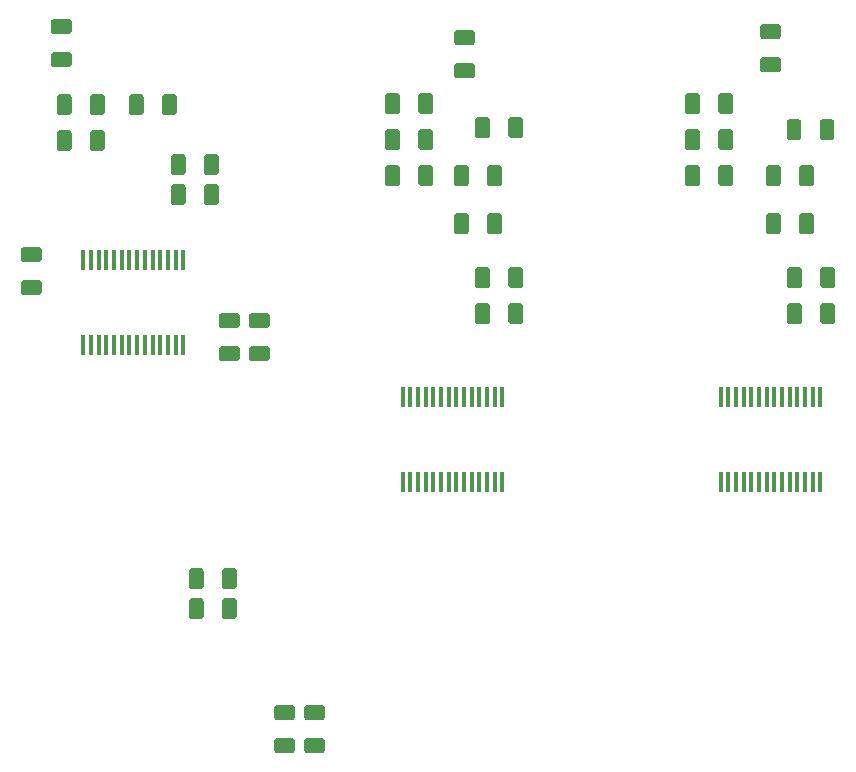
<source format=gbr>
G04 #@! TF.GenerationSoftware,KiCad,Pcbnew,(5.1.2)-2*
G04 #@! TF.CreationDate,2019-08-09T03:15:36+05:30*
G04 #@! TF.ProjectId,renesas-prog,72656e65-7361-4732-9d70-726f672e6b69,rev?*
G04 #@! TF.SameCoordinates,Original*
G04 #@! TF.FileFunction,Paste,Top*
G04 #@! TF.FilePolarity,Positive*
%FSLAX46Y46*%
G04 Gerber Fmt 4.6, Leading zero omitted, Abs format (unit mm)*
G04 Created by KiCad (PCBNEW (5.1.2)-2) date 2019-08-09 03:15:36*
%MOMM*%
%LPD*%
G04 APERTURE LIST*
%ADD10R,0.450000X1.750000*%
%ADD11C,0.100000*%
%ADD12C,1.250000*%
G04 APERTURE END LIST*
D10*
X148683000Y-103544000D03*
X149333000Y-103544000D03*
X149983000Y-103544000D03*
X150633000Y-103544000D03*
X151283000Y-103544000D03*
X151933000Y-103544000D03*
X152583000Y-103544000D03*
X153233000Y-103544000D03*
X153883000Y-103544000D03*
X154533000Y-103544000D03*
X155183000Y-103544000D03*
X155833000Y-103544000D03*
X156483000Y-103544000D03*
X157133000Y-103544000D03*
X157133000Y-110744000D03*
X156483000Y-110744000D03*
X155833000Y-110744000D03*
X155183000Y-110744000D03*
X154533000Y-110744000D03*
X153883000Y-110744000D03*
X153233000Y-110744000D03*
X152583000Y-110744000D03*
X151933000Y-110744000D03*
X151283000Y-110744000D03*
X150633000Y-110744000D03*
X149983000Y-110744000D03*
X149333000Y-110744000D03*
X148683000Y-110744000D03*
X121759000Y-103588000D03*
X122409000Y-103588000D03*
X123059000Y-103588000D03*
X123709000Y-103588000D03*
X124359000Y-103588000D03*
X125009000Y-103588000D03*
X125659000Y-103588000D03*
X126309000Y-103588000D03*
X126959000Y-103588000D03*
X127609000Y-103588000D03*
X128259000Y-103588000D03*
X128909000Y-103588000D03*
X129559000Y-103588000D03*
X130209000Y-103588000D03*
X130209000Y-110788000D03*
X129559000Y-110788000D03*
X128909000Y-110788000D03*
X128259000Y-110788000D03*
X127609000Y-110788000D03*
X126959000Y-110788000D03*
X126309000Y-110788000D03*
X125659000Y-110788000D03*
X125009000Y-110788000D03*
X124359000Y-110788000D03*
X123709000Y-110788000D03*
X123059000Y-110788000D03*
X122409000Y-110788000D03*
X121759000Y-110788000D03*
D11*
G36*
X153557504Y-72020204D02*
G01*
X153581773Y-72023804D01*
X153605571Y-72029765D01*
X153628671Y-72038030D01*
X153650849Y-72048520D01*
X153671893Y-72061133D01*
X153691598Y-72075747D01*
X153709777Y-72092223D01*
X153726253Y-72110402D01*
X153740867Y-72130107D01*
X153753480Y-72151151D01*
X153763970Y-72173329D01*
X153772235Y-72196429D01*
X153778196Y-72220227D01*
X153781796Y-72244496D01*
X153783000Y-72269000D01*
X153783000Y-73019000D01*
X153781796Y-73043504D01*
X153778196Y-73067773D01*
X153772235Y-73091571D01*
X153763970Y-73114671D01*
X153753480Y-73136849D01*
X153740867Y-73157893D01*
X153726253Y-73177598D01*
X153709777Y-73195777D01*
X153691598Y-73212253D01*
X153671893Y-73226867D01*
X153650849Y-73239480D01*
X153628671Y-73249970D01*
X153605571Y-73258235D01*
X153581773Y-73264196D01*
X153557504Y-73267796D01*
X153533000Y-73269000D01*
X152283000Y-73269000D01*
X152258496Y-73267796D01*
X152234227Y-73264196D01*
X152210429Y-73258235D01*
X152187329Y-73249970D01*
X152165151Y-73239480D01*
X152144107Y-73226867D01*
X152124402Y-73212253D01*
X152106223Y-73195777D01*
X152089747Y-73177598D01*
X152075133Y-73157893D01*
X152062520Y-73136849D01*
X152052030Y-73114671D01*
X152043765Y-73091571D01*
X152037804Y-73067773D01*
X152034204Y-73043504D01*
X152033000Y-73019000D01*
X152033000Y-72269000D01*
X152034204Y-72244496D01*
X152037804Y-72220227D01*
X152043765Y-72196429D01*
X152052030Y-72173329D01*
X152062520Y-72151151D01*
X152075133Y-72130107D01*
X152089747Y-72110402D01*
X152106223Y-72092223D01*
X152124402Y-72075747D01*
X152144107Y-72061133D01*
X152165151Y-72048520D01*
X152187329Y-72038030D01*
X152210429Y-72029765D01*
X152234227Y-72023804D01*
X152258496Y-72020204D01*
X152283000Y-72019000D01*
X153533000Y-72019000D01*
X153557504Y-72020204D01*
X153557504Y-72020204D01*
G37*
D12*
X152908000Y-72644000D03*
D11*
G36*
X153557504Y-74820204D02*
G01*
X153581773Y-74823804D01*
X153605571Y-74829765D01*
X153628671Y-74838030D01*
X153650849Y-74848520D01*
X153671893Y-74861133D01*
X153691598Y-74875747D01*
X153709777Y-74892223D01*
X153726253Y-74910402D01*
X153740867Y-74930107D01*
X153753480Y-74951151D01*
X153763970Y-74973329D01*
X153772235Y-74996429D01*
X153778196Y-75020227D01*
X153781796Y-75044496D01*
X153783000Y-75069000D01*
X153783000Y-75819000D01*
X153781796Y-75843504D01*
X153778196Y-75867773D01*
X153772235Y-75891571D01*
X153763970Y-75914671D01*
X153753480Y-75936849D01*
X153740867Y-75957893D01*
X153726253Y-75977598D01*
X153709777Y-75995777D01*
X153691598Y-76012253D01*
X153671893Y-76026867D01*
X153650849Y-76039480D01*
X153628671Y-76049970D01*
X153605571Y-76058235D01*
X153581773Y-76064196D01*
X153557504Y-76067796D01*
X153533000Y-76069000D01*
X152283000Y-76069000D01*
X152258496Y-76067796D01*
X152234227Y-76064196D01*
X152210429Y-76058235D01*
X152187329Y-76049970D01*
X152165151Y-76039480D01*
X152144107Y-76026867D01*
X152124402Y-76012253D01*
X152106223Y-75995777D01*
X152089747Y-75977598D01*
X152075133Y-75957893D01*
X152062520Y-75936849D01*
X152052030Y-75914671D01*
X152043765Y-75891571D01*
X152037804Y-75867773D01*
X152034204Y-75843504D01*
X152033000Y-75819000D01*
X152033000Y-75069000D01*
X152034204Y-75044496D01*
X152037804Y-75020227D01*
X152043765Y-74996429D01*
X152052030Y-74973329D01*
X152062520Y-74951151D01*
X152075133Y-74930107D01*
X152089747Y-74910402D01*
X152106223Y-74892223D01*
X152124402Y-74875747D01*
X152144107Y-74861133D01*
X152165151Y-74848520D01*
X152187329Y-74838030D01*
X152210429Y-74829765D01*
X152234227Y-74823804D01*
X152258496Y-74820204D01*
X152283000Y-74819000D01*
X153533000Y-74819000D01*
X153557504Y-74820204D01*
X153557504Y-74820204D01*
G37*
D12*
X152908000Y-75444000D03*
D11*
G36*
X127649504Y-72528204D02*
G01*
X127673773Y-72531804D01*
X127697571Y-72537765D01*
X127720671Y-72546030D01*
X127742849Y-72556520D01*
X127763893Y-72569133D01*
X127783598Y-72583747D01*
X127801777Y-72600223D01*
X127818253Y-72618402D01*
X127832867Y-72638107D01*
X127845480Y-72659151D01*
X127855970Y-72681329D01*
X127864235Y-72704429D01*
X127870196Y-72728227D01*
X127873796Y-72752496D01*
X127875000Y-72777000D01*
X127875000Y-73527000D01*
X127873796Y-73551504D01*
X127870196Y-73575773D01*
X127864235Y-73599571D01*
X127855970Y-73622671D01*
X127845480Y-73644849D01*
X127832867Y-73665893D01*
X127818253Y-73685598D01*
X127801777Y-73703777D01*
X127783598Y-73720253D01*
X127763893Y-73734867D01*
X127742849Y-73747480D01*
X127720671Y-73757970D01*
X127697571Y-73766235D01*
X127673773Y-73772196D01*
X127649504Y-73775796D01*
X127625000Y-73777000D01*
X126375000Y-73777000D01*
X126350496Y-73775796D01*
X126326227Y-73772196D01*
X126302429Y-73766235D01*
X126279329Y-73757970D01*
X126257151Y-73747480D01*
X126236107Y-73734867D01*
X126216402Y-73720253D01*
X126198223Y-73703777D01*
X126181747Y-73685598D01*
X126167133Y-73665893D01*
X126154520Y-73644849D01*
X126144030Y-73622671D01*
X126135765Y-73599571D01*
X126129804Y-73575773D01*
X126126204Y-73551504D01*
X126125000Y-73527000D01*
X126125000Y-72777000D01*
X126126204Y-72752496D01*
X126129804Y-72728227D01*
X126135765Y-72704429D01*
X126144030Y-72681329D01*
X126154520Y-72659151D01*
X126167133Y-72638107D01*
X126181747Y-72618402D01*
X126198223Y-72600223D01*
X126216402Y-72583747D01*
X126236107Y-72569133D01*
X126257151Y-72556520D01*
X126279329Y-72546030D01*
X126302429Y-72537765D01*
X126326227Y-72531804D01*
X126350496Y-72528204D01*
X126375000Y-72527000D01*
X127625000Y-72527000D01*
X127649504Y-72528204D01*
X127649504Y-72528204D01*
G37*
D12*
X127000000Y-73152000D03*
D11*
G36*
X127649504Y-75328204D02*
G01*
X127673773Y-75331804D01*
X127697571Y-75337765D01*
X127720671Y-75346030D01*
X127742849Y-75356520D01*
X127763893Y-75369133D01*
X127783598Y-75383747D01*
X127801777Y-75400223D01*
X127818253Y-75418402D01*
X127832867Y-75438107D01*
X127845480Y-75459151D01*
X127855970Y-75481329D01*
X127864235Y-75504429D01*
X127870196Y-75528227D01*
X127873796Y-75552496D01*
X127875000Y-75577000D01*
X127875000Y-76327000D01*
X127873796Y-76351504D01*
X127870196Y-76375773D01*
X127864235Y-76399571D01*
X127855970Y-76422671D01*
X127845480Y-76444849D01*
X127832867Y-76465893D01*
X127818253Y-76485598D01*
X127801777Y-76503777D01*
X127783598Y-76520253D01*
X127763893Y-76534867D01*
X127742849Y-76547480D01*
X127720671Y-76557970D01*
X127697571Y-76566235D01*
X127673773Y-76572196D01*
X127649504Y-76575796D01*
X127625000Y-76577000D01*
X126375000Y-76577000D01*
X126350496Y-76575796D01*
X126326227Y-76572196D01*
X126302429Y-76566235D01*
X126279329Y-76557970D01*
X126257151Y-76547480D01*
X126236107Y-76534867D01*
X126216402Y-76520253D01*
X126198223Y-76503777D01*
X126181747Y-76485598D01*
X126167133Y-76465893D01*
X126154520Y-76444849D01*
X126144030Y-76422671D01*
X126135765Y-76399571D01*
X126129804Y-76375773D01*
X126126204Y-76351504D01*
X126125000Y-76327000D01*
X126125000Y-75577000D01*
X126126204Y-75552496D01*
X126129804Y-75528227D01*
X126135765Y-75504429D01*
X126144030Y-75481329D01*
X126154520Y-75459151D01*
X126167133Y-75438107D01*
X126181747Y-75418402D01*
X126198223Y-75400223D01*
X126216402Y-75383747D01*
X126236107Y-75369133D01*
X126257151Y-75356520D01*
X126279329Y-75346030D01*
X126302429Y-75337765D01*
X126326227Y-75331804D01*
X126350496Y-75328204D01*
X126375000Y-75327000D01*
X127625000Y-75327000D01*
X127649504Y-75328204D01*
X127649504Y-75328204D01*
G37*
D12*
X127000000Y-75952000D03*
D11*
G36*
X158088704Y-80076004D02*
G01*
X158112973Y-80079604D01*
X158136771Y-80085565D01*
X158159871Y-80093830D01*
X158182049Y-80104320D01*
X158203093Y-80116933D01*
X158222798Y-80131547D01*
X158240977Y-80148023D01*
X158257453Y-80166202D01*
X158272067Y-80185907D01*
X158284680Y-80206951D01*
X158295170Y-80229129D01*
X158303435Y-80252229D01*
X158309396Y-80276027D01*
X158312996Y-80300296D01*
X158314200Y-80324800D01*
X158314200Y-81574800D01*
X158312996Y-81599304D01*
X158309396Y-81623573D01*
X158303435Y-81647371D01*
X158295170Y-81670471D01*
X158284680Y-81692649D01*
X158272067Y-81713693D01*
X158257453Y-81733398D01*
X158240977Y-81751577D01*
X158222798Y-81768053D01*
X158203093Y-81782667D01*
X158182049Y-81795280D01*
X158159871Y-81805770D01*
X158136771Y-81814035D01*
X158112973Y-81819996D01*
X158088704Y-81823596D01*
X158064200Y-81824800D01*
X157314200Y-81824800D01*
X157289696Y-81823596D01*
X157265427Y-81819996D01*
X157241629Y-81814035D01*
X157218529Y-81805770D01*
X157196351Y-81795280D01*
X157175307Y-81782667D01*
X157155602Y-81768053D01*
X157137423Y-81751577D01*
X157120947Y-81733398D01*
X157106333Y-81713693D01*
X157093720Y-81692649D01*
X157083230Y-81670471D01*
X157074965Y-81647371D01*
X157069004Y-81623573D01*
X157065404Y-81599304D01*
X157064200Y-81574800D01*
X157064200Y-80324800D01*
X157065404Y-80300296D01*
X157069004Y-80276027D01*
X157074965Y-80252229D01*
X157083230Y-80229129D01*
X157093720Y-80206951D01*
X157106333Y-80185907D01*
X157120947Y-80166202D01*
X157137423Y-80148023D01*
X157155602Y-80131547D01*
X157175307Y-80116933D01*
X157196351Y-80104320D01*
X157218529Y-80093830D01*
X157241629Y-80085565D01*
X157265427Y-80079604D01*
X157289696Y-80076004D01*
X157314200Y-80074800D01*
X158064200Y-80074800D01*
X158088704Y-80076004D01*
X158088704Y-80076004D01*
G37*
D12*
X157689200Y-80949800D03*
D11*
G36*
X155288704Y-80076004D02*
G01*
X155312973Y-80079604D01*
X155336771Y-80085565D01*
X155359871Y-80093830D01*
X155382049Y-80104320D01*
X155403093Y-80116933D01*
X155422798Y-80131547D01*
X155440977Y-80148023D01*
X155457453Y-80166202D01*
X155472067Y-80185907D01*
X155484680Y-80206951D01*
X155495170Y-80229129D01*
X155503435Y-80252229D01*
X155509396Y-80276027D01*
X155512996Y-80300296D01*
X155514200Y-80324800D01*
X155514200Y-81574800D01*
X155512996Y-81599304D01*
X155509396Y-81623573D01*
X155503435Y-81647371D01*
X155495170Y-81670471D01*
X155484680Y-81692649D01*
X155472067Y-81713693D01*
X155457453Y-81733398D01*
X155440977Y-81751577D01*
X155422798Y-81768053D01*
X155403093Y-81782667D01*
X155382049Y-81795280D01*
X155359871Y-81805770D01*
X155336771Y-81814035D01*
X155312973Y-81819996D01*
X155288704Y-81823596D01*
X155264200Y-81824800D01*
X154514200Y-81824800D01*
X154489696Y-81823596D01*
X154465427Y-81819996D01*
X154441629Y-81814035D01*
X154418529Y-81805770D01*
X154396351Y-81795280D01*
X154375307Y-81782667D01*
X154355602Y-81768053D01*
X154337423Y-81751577D01*
X154320947Y-81733398D01*
X154306333Y-81713693D01*
X154293720Y-81692649D01*
X154283230Y-81670471D01*
X154274965Y-81647371D01*
X154269004Y-81623573D01*
X154265404Y-81599304D01*
X154264200Y-81574800D01*
X154264200Y-80324800D01*
X154265404Y-80300296D01*
X154269004Y-80276027D01*
X154274965Y-80252229D01*
X154283230Y-80229129D01*
X154293720Y-80206951D01*
X154306333Y-80185907D01*
X154320947Y-80166202D01*
X154337423Y-80148023D01*
X154355602Y-80131547D01*
X154375307Y-80116933D01*
X154396351Y-80104320D01*
X154418529Y-80093830D01*
X154441629Y-80085565D01*
X154465427Y-80079604D01*
X154489696Y-80076004D01*
X154514200Y-80074800D01*
X155264200Y-80074800D01*
X155288704Y-80076004D01*
X155288704Y-80076004D01*
G37*
D12*
X154889200Y-80949800D03*
D11*
G36*
X156355504Y-83962204D02*
G01*
X156379773Y-83965804D01*
X156403571Y-83971765D01*
X156426671Y-83980030D01*
X156448849Y-83990520D01*
X156469893Y-84003133D01*
X156489598Y-84017747D01*
X156507777Y-84034223D01*
X156524253Y-84052402D01*
X156538867Y-84072107D01*
X156551480Y-84093151D01*
X156561970Y-84115329D01*
X156570235Y-84138429D01*
X156576196Y-84162227D01*
X156579796Y-84186496D01*
X156581000Y-84211000D01*
X156581000Y-85461000D01*
X156579796Y-85485504D01*
X156576196Y-85509773D01*
X156570235Y-85533571D01*
X156561970Y-85556671D01*
X156551480Y-85578849D01*
X156538867Y-85599893D01*
X156524253Y-85619598D01*
X156507777Y-85637777D01*
X156489598Y-85654253D01*
X156469893Y-85668867D01*
X156448849Y-85681480D01*
X156426671Y-85691970D01*
X156403571Y-85700235D01*
X156379773Y-85706196D01*
X156355504Y-85709796D01*
X156331000Y-85711000D01*
X155581000Y-85711000D01*
X155556496Y-85709796D01*
X155532227Y-85706196D01*
X155508429Y-85700235D01*
X155485329Y-85691970D01*
X155463151Y-85681480D01*
X155442107Y-85668867D01*
X155422402Y-85654253D01*
X155404223Y-85637777D01*
X155387747Y-85619598D01*
X155373133Y-85599893D01*
X155360520Y-85578849D01*
X155350030Y-85556671D01*
X155341765Y-85533571D01*
X155335804Y-85509773D01*
X155332204Y-85485504D01*
X155331000Y-85461000D01*
X155331000Y-84211000D01*
X155332204Y-84186496D01*
X155335804Y-84162227D01*
X155341765Y-84138429D01*
X155350030Y-84115329D01*
X155360520Y-84093151D01*
X155373133Y-84072107D01*
X155387747Y-84052402D01*
X155404223Y-84034223D01*
X155422402Y-84017747D01*
X155442107Y-84003133D01*
X155463151Y-83990520D01*
X155485329Y-83980030D01*
X155508429Y-83971765D01*
X155532227Y-83965804D01*
X155556496Y-83962204D01*
X155581000Y-83961000D01*
X156331000Y-83961000D01*
X156355504Y-83962204D01*
X156355504Y-83962204D01*
G37*
D12*
X155956000Y-84836000D03*
D11*
G36*
X153555504Y-83962204D02*
G01*
X153579773Y-83965804D01*
X153603571Y-83971765D01*
X153626671Y-83980030D01*
X153648849Y-83990520D01*
X153669893Y-84003133D01*
X153689598Y-84017747D01*
X153707777Y-84034223D01*
X153724253Y-84052402D01*
X153738867Y-84072107D01*
X153751480Y-84093151D01*
X153761970Y-84115329D01*
X153770235Y-84138429D01*
X153776196Y-84162227D01*
X153779796Y-84186496D01*
X153781000Y-84211000D01*
X153781000Y-85461000D01*
X153779796Y-85485504D01*
X153776196Y-85509773D01*
X153770235Y-85533571D01*
X153761970Y-85556671D01*
X153751480Y-85578849D01*
X153738867Y-85599893D01*
X153724253Y-85619598D01*
X153707777Y-85637777D01*
X153689598Y-85654253D01*
X153669893Y-85668867D01*
X153648849Y-85681480D01*
X153626671Y-85691970D01*
X153603571Y-85700235D01*
X153579773Y-85706196D01*
X153555504Y-85709796D01*
X153531000Y-85711000D01*
X152781000Y-85711000D01*
X152756496Y-85709796D01*
X152732227Y-85706196D01*
X152708429Y-85700235D01*
X152685329Y-85691970D01*
X152663151Y-85681480D01*
X152642107Y-85668867D01*
X152622402Y-85654253D01*
X152604223Y-85637777D01*
X152587747Y-85619598D01*
X152573133Y-85599893D01*
X152560520Y-85578849D01*
X152550030Y-85556671D01*
X152541765Y-85533571D01*
X152535804Y-85509773D01*
X152532204Y-85485504D01*
X152531000Y-85461000D01*
X152531000Y-84211000D01*
X152532204Y-84186496D01*
X152535804Y-84162227D01*
X152541765Y-84138429D01*
X152550030Y-84115329D01*
X152560520Y-84093151D01*
X152573133Y-84072107D01*
X152587747Y-84052402D01*
X152604223Y-84034223D01*
X152622402Y-84017747D01*
X152642107Y-84003133D01*
X152663151Y-83990520D01*
X152685329Y-83980030D01*
X152708429Y-83971765D01*
X152732227Y-83965804D01*
X152756496Y-83962204D01*
X152781000Y-83961000D01*
X153531000Y-83961000D01*
X153555504Y-83962204D01*
X153555504Y-83962204D01*
G37*
D12*
X153156000Y-84836000D03*
D11*
G36*
X131723504Y-79898204D02*
G01*
X131747773Y-79901804D01*
X131771571Y-79907765D01*
X131794671Y-79916030D01*
X131816849Y-79926520D01*
X131837893Y-79939133D01*
X131857598Y-79953747D01*
X131875777Y-79970223D01*
X131892253Y-79988402D01*
X131906867Y-80008107D01*
X131919480Y-80029151D01*
X131929970Y-80051329D01*
X131938235Y-80074429D01*
X131944196Y-80098227D01*
X131947796Y-80122496D01*
X131949000Y-80147000D01*
X131949000Y-81397000D01*
X131947796Y-81421504D01*
X131944196Y-81445773D01*
X131938235Y-81469571D01*
X131929970Y-81492671D01*
X131919480Y-81514849D01*
X131906867Y-81535893D01*
X131892253Y-81555598D01*
X131875777Y-81573777D01*
X131857598Y-81590253D01*
X131837893Y-81604867D01*
X131816849Y-81617480D01*
X131794671Y-81627970D01*
X131771571Y-81636235D01*
X131747773Y-81642196D01*
X131723504Y-81645796D01*
X131699000Y-81647000D01*
X130949000Y-81647000D01*
X130924496Y-81645796D01*
X130900227Y-81642196D01*
X130876429Y-81636235D01*
X130853329Y-81627970D01*
X130831151Y-81617480D01*
X130810107Y-81604867D01*
X130790402Y-81590253D01*
X130772223Y-81573777D01*
X130755747Y-81555598D01*
X130741133Y-81535893D01*
X130728520Y-81514849D01*
X130718030Y-81492671D01*
X130709765Y-81469571D01*
X130703804Y-81445773D01*
X130700204Y-81421504D01*
X130699000Y-81397000D01*
X130699000Y-80147000D01*
X130700204Y-80122496D01*
X130703804Y-80098227D01*
X130709765Y-80074429D01*
X130718030Y-80051329D01*
X130728520Y-80029151D01*
X130741133Y-80008107D01*
X130755747Y-79988402D01*
X130772223Y-79970223D01*
X130790402Y-79953747D01*
X130810107Y-79939133D01*
X130831151Y-79926520D01*
X130853329Y-79916030D01*
X130876429Y-79907765D01*
X130900227Y-79901804D01*
X130924496Y-79898204D01*
X130949000Y-79897000D01*
X131699000Y-79897000D01*
X131723504Y-79898204D01*
X131723504Y-79898204D01*
G37*
D12*
X131324000Y-80772000D03*
D11*
G36*
X128923504Y-79898204D02*
G01*
X128947773Y-79901804D01*
X128971571Y-79907765D01*
X128994671Y-79916030D01*
X129016849Y-79926520D01*
X129037893Y-79939133D01*
X129057598Y-79953747D01*
X129075777Y-79970223D01*
X129092253Y-79988402D01*
X129106867Y-80008107D01*
X129119480Y-80029151D01*
X129129970Y-80051329D01*
X129138235Y-80074429D01*
X129144196Y-80098227D01*
X129147796Y-80122496D01*
X129149000Y-80147000D01*
X129149000Y-81397000D01*
X129147796Y-81421504D01*
X129144196Y-81445773D01*
X129138235Y-81469571D01*
X129129970Y-81492671D01*
X129119480Y-81514849D01*
X129106867Y-81535893D01*
X129092253Y-81555598D01*
X129075777Y-81573777D01*
X129057598Y-81590253D01*
X129037893Y-81604867D01*
X129016849Y-81617480D01*
X128994671Y-81627970D01*
X128971571Y-81636235D01*
X128947773Y-81642196D01*
X128923504Y-81645796D01*
X128899000Y-81647000D01*
X128149000Y-81647000D01*
X128124496Y-81645796D01*
X128100227Y-81642196D01*
X128076429Y-81636235D01*
X128053329Y-81627970D01*
X128031151Y-81617480D01*
X128010107Y-81604867D01*
X127990402Y-81590253D01*
X127972223Y-81573777D01*
X127955747Y-81555598D01*
X127941133Y-81535893D01*
X127928520Y-81514849D01*
X127918030Y-81492671D01*
X127909765Y-81469571D01*
X127903804Y-81445773D01*
X127900204Y-81421504D01*
X127899000Y-81397000D01*
X127899000Y-80147000D01*
X127900204Y-80122496D01*
X127903804Y-80098227D01*
X127909765Y-80074429D01*
X127918030Y-80051329D01*
X127928520Y-80029151D01*
X127941133Y-80008107D01*
X127955747Y-79988402D01*
X127972223Y-79970223D01*
X127990402Y-79953747D01*
X128010107Y-79939133D01*
X128031151Y-79926520D01*
X128053329Y-79916030D01*
X128076429Y-79907765D01*
X128100227Y-79901804D01*
X128124496Y-79898204D01*
X128149000Y-79897000D01*
X128899000Y-79897000D01*
X128923504Y-79898204D01*
X128923504Y-79898204D01*
G37*
D12*
X128524000Y-80772000D03*
D11*
G36*
X129939504Y-83962204D02*
G01*
X129963773Y-83965804D01*
X129987571Y-83971765D01*
X130010671Y-83980030D01*
X130032849Y-83990520D01*
X130053893Y-84003133D01*
X130073598Y-84017747D01*
X130091777Y-84034223D01*
X130108253Y-84052402D01*
X130122867Y-84072107D01*
X130135480Y-84093151D01*
X130145970Y-84115329D01*
X130154235Y-84138429D01*
X130160196Y-84162227D01*
X130163796Y-84186496D01*
X130165000Y-84211000D01*
X130165000Y-85461000D01*
X130163796Y-85485504D01*
X130160196Y-85509773D01*
X130154235Y-85533571D01*
X130145970Y-85556671D01*
X130135480Y-85578849D01*
X130122867Y-85599893D01*
X130108253Y-85619598D01*
X130091777Y-85637777D01*
X130073598Y-85654253D01*
X130053893Y-85668867D01*
X130032849Y-85681480D01*
X130010671Y-85691970D01*
X129987571Y-85700235D01*
X129963773Y-85706196D01*
X129939504Y-85709796D01*
X129915000Y-85711000D01*
X129165000Y-85711000D01*
X129140496Y-85709796D01*
X129116227Y-85706196D01*
X129092429Y-85700235D01*
X129069329Y-85691970D01*
X129047151Y-85681480D01*
X129026107Y-85668867D01*
X129006402Y-85654253D01*
X128988223Y-85637777D01*
X128971747Y-85619598D01*
X128957133Y-85599893D01*
X128944520Y-85578849D01*
X128934030Y-85556671D01*
X128925765Y-85533571D01*
X128919804Y-85509773D01*
X128916204Y-85485504D01*
X128915000Y-85461000D01*
X128915000Y-84211000D01*
X128916204Y-84186496D01*
X128919804Y-84162227D01*
X128925765Y-84138429D01*
X128934030Y-84115329D01*
X128944520Y-84093151D01*
X128957133Y-84072107D01*
X128971747Y-84052402D01*
X128988223Y-84034223D01*
X129006402Y-84017747D01*
X129026107Y-84003133D01*
X129047151Y-83990520D01*
X129069329Y-83980030D01*
X129092429Y-83971765D01*
X129116227Y-83965804D01*
X129140496Y-83962204D01*
X129165000Y-83961000D01*
X129915000Y-83961000D01*
X129939504Y-83962204D01*
X129939504Y-83962204D01*
G37*
D12*
X129540000Y-84836000D03*
D11*
G36*
X127139504Y-83962204D02*
G01*
X127163773Y-83965804D01*
X127187571Y-83971765D01*
X127210671Y-83980030D01*
X127232849Y-83990520D01*
X127253893Y-84003133D01*
X127273598Y-84017747D01*
X127291777Y-84034223D01*
X127308253Y-84052402D01*
X127322867Y-84072107D01*
X127335480Y-84093151D01*
X127345970Y-84115329D01*
X127354235Y-84138429D01*
X127360196Y-84162227D01*
X127363796Y-84186496D01*
X127365000Y-84211000D01*
X127365000Y-85461000D01*
X127363796Y-85485504D01*
X127360196Y-85509773D01*
X127354235Y-85533571D01*
X127345970Y-85556671D01*
X127335480Y-85578849D01*
X127322867Y-85599893D01*
X127308253Y-85619598D01*
X127291777Y-85637777D01*
X127273598Y-85654253D01*
X127253893Y-85668867D01*
X127232849Y-85681480D01*
X127210671Y-85691970D01*
X127187571Y-85700235D01*
X127163773Y-85706196D01*
X127139504Y-85709796D01*
X127115000Y-85711000D01*
X126365000Y-85711000D01*
X126340496Y-85709796D01*
X126316227Y-85706196D01*
X126292429Y-85700235D01*
X126269329Y-85691970D01*
X126247151Y-85681480D01*
X126226107Y-85668867D01*
X126206402Y-85654253D01*
X126188223Y-85637777D01*
X126171747Y-85619598D01*
X126157133Y-85599893D01*
X126144520Y-85578849D01*
X126134030Y-85556671D01*
X126125765Y-85533571D01*
X126119804Y-85509773D01*
X126116204Y-85485504D01*
X126115000Y-85461000D01*
X126115000Y-84211000D01*
X126116204Y-84186496D01*
X126119804Y-84162227D01*
X126125765Y-84138429D01*
X126134030Y-84115329D01*
X126144520Y-84093151D01*
X126157133Y-84072107D01*
X126171747Y-84052402D01*
X126188223Y-84034223D01*
X126206402Y-84017747D01*
X126226107Y-84003133D01*
X126247151Y-83990520D01*
X126269329Y-83980030D01*
X126292429Y-83971765D01*
X126316227Y-83965804D01*
X126340496Y-83962204D01*
X126365000Y-83961000D01*
X127115000Y-83961000D01*
X127139504Y-83962204D01*
X127139504Y-83962204D01*
G37*
D12*
X126740000Y-84836000D03*
D11*
G36*
X156355504Y-88026204D02*
G01*
X156379773Y-88029804D01*
X156403571Y-88035765D01*
X156426671Y-88044030D01*
X156448849Y-88054520D01*
X156469893Y-88067133D01*
X156489598Y-88081747D01*
X156507777Y-88098223D01*
X156524253Y-88116402D01*
X156538867Y-88136107D01*
X156551480Y-88157151D01*
X156561970Y-88179329D01*
X156570235Y-88202429D01*
X156576196Y-88226227D01*
X156579796Y-88250496D01*
X156581000Y-88275000D01*
X156581000Y-89525000D01*
X156579796Y-89549504D01*
X156576196Y-89573773D01*
X156570235Y-89597571D01*
X156561970Y-89620671D01*
X156551480Y-89642849D01*
X156538867Y-89663893D01*
X156524253Y-89683598D01*
X156507777Y-89701777D01*
X156489598Y-89718253D01*
X156469893Y-89732867D01*
X156448849Y-89745480D01*
X156426671Y-89755970D01*
X156403571Y-89764235D01*
X156379773Y-89770196D01*
X156355504Y-89773796D01*
X156331000Y-89775000D01*
X155581000Y-89775000D01*
X155556496Y-89773796D01*
X155532227Y-89770196D01*
X155508429Y-89764235D01*
X155485329Y-89755970D01*
X155463151Y-89745480D01*
X155442107Y-89732867D01*
X155422402Y-89718253D01*
X155404223Y-89701777D01*
X155387747Y-89683598D01*
X155373133Y-89663893D01*
X155360520Y-89642849D01*
X155350030Y-89620671D01*
X155341765Y-89597571D01*
X155335804Y-89573773D01*
X155332204Y-89549504D01*
X155331000Y-89525000D01*
X155331000Y-88275000D01*
X155332204Y-88250496D01*
X155335804Y-88226227D01*
X155341765Y-88202429D01*
X155350030Y-88179329D01*
X155360520Y-88157151D01*
X155373133Y-88136107D01*
X155387747Y-88116402D01*
X155404223Y-88098223D01*
X155422402Y-88081747D01*
X155442107Y-88067133D01*
X155463151Y-88054520D01*
X155485329Y-88044030D01*
X155508429Y-88035765D01*
X155532227Y-88029804D01*
X155556496Y-88026204D01*
X155581000Y-88025000D01*
X156331000Y-88025000D01*
X156355504Y-88026204D01*
X156355504Y-88026204D01*
G37*
D12*
X155956000Y-88900000D03*
D11*
G36*
X153555504Y-88026204D02*
G01*
X153579773Y-88029804D01*
X153603571Y-88035765D01*
X153626671Y-88044030D01*
X153648849Y-88054520D01*
X153669893Y-88067133D01*
X153689598Y-88081747D01*
X153707777Y-88098223D01*
X153724253Y-88116402D01*
X153738867Y-88136107D01*
X153751480Y-88157151D01*
X153761970Y-88179329D01*
X153770235Y-88202429D01*
X153776196Y-88226227D01*
X153779796Y-88250496D01*
X153781000Y-88275000D01*
X153781000Y-89525000D01*
X153779796Y-89549504D01*
X153776196Y-89573773D01*
X153770235Y-89597571D01*
X153761970Y-89620671D01*
X153751480Y-89642849D01*
X153738867Y-89663893D01*
X153724253Y-89683598D01*
X153707777Y-89701777D01*
X153689598Y-89718253D01*
X153669893Y-89732867D01*
X153648849Y-89745480D01*
X153626671Y-89755970D01*
X153603571Y-89764235D01*
X153579773Y-89770196D01*
X153555504Y-89773796D01*
X153531000Y-89775000D01*
X152781000Y-89775000D01*
X152756496Y-89773796D01*
X152732227Y-89770196D01*
X152708429Y-89764235D01*
X152685329Y-89755970D01*
X152663151Y-89745480D01*
X152642107Y-89732867D01*
X152622402Y-89718253D01*
X152604223Y-89701777D01*
X152587747Y-89683598D01*
X152573133Y-89663893D01*
X152560520Y-89642849D01*
X152550030Y-89620671D01*
X152541765Y-89597571D01*
X152535804Y-89573773D01*
X152532204Y-89549504D01*
X152531000Y-89525000D01*
X152531000Y-88275000D01*
X152532204Y-88250496D01*
X152535804Y-88226227D01*
X152541765Y-88202429D01*
X152550030Y-88179329D01*
X152560520Y-88157151D01*
X152573133Y-88136107D01*
X152587747Y-88116402D01*
X152604223Y-88098223D01*
X152622402Y-88081747D01*
X152642107Y-88067133D01*
X152663151Y-88054520D01*
X152685329Y-88044030D01*
X152708429Y-88035765D01*
X152732227Y-88029804D01*
X152756496Y-88026204D01*
X152781000Y-88025000D01*
X153531000Y-88025000D01*
X153555504Y-88026204D01*
X153555504Y-88026204D01*
G37*
D12*
X153156000Y-88900000D03*
D11*
G36*
X129939504Y-88026204D02*
G01*
X129963773Y-88029804D01*
X129987571Y-88035765D01*
X130010671Y-88044030D01*
X130032849Y-88054520D01*
X130053893Y-88067133D01*
X130073598Y-88081747D01*
X130091777Y-88098223D01*
X130108253Y-88116402D01*
X130122867Y-88136107D01*
X130135480Y-88157151D01*
X130145970Y-88179329D01*
X130154235Y-88202429D01*
X130160196Y-88226227D01*
X130163796Y-88250496D01*
X130165000Y-88275000D01*
X130165000Y-89525000D01*
X130163796Y-89549504D01*
X130160196Y-89573773D01*
X130154235Y-89597571D01*
X130145970Y-89620671D01*
X130135480Y-89642849D01*
X130122867Y-89663893D01*
X130108253Y-89683598D01*
X130091777Y-89701777D01*
X130073598Y-89718253D01*
X130053893Y-89732867D01*
X130032849Y-89745480D01*
X130010671Y-89755970D01*
X129987571Y-89764235D01*
X129963773Y-89770196D01*
X129939504Y-89773796D01*
X129915000Y-89775000D01*
X129165000Y-89775000D01*
X129140496Y-89773796D01*
X129116227Y-89770196D01*
X129092429Y-89764235D01*
X129069329Y-89755970D01*
X129047151Y-89745480D01*
X129026107Y-89732867D01*
X129006402Y-89718253D01*
X128988223Y-89701777D01*
X128971747Y-89683598D01*
X128957133Y-89663893D01*
X128944520Y-89642849D01*
X128934030Y-89620671D01*
X128925765Y-89597571D01*
X128919804Y-89573773D01*
X128916204Y-89549504D01*
X128915000Y-89525000D01*
X128915000Y-88275000D01*
X128916204Y-88250496D01*
X128919804Y-88226227D01*
X128925765Y-88202429D01*
X128934030Y-88179329D01*
X128944520Y-88157151D01*
X128957133Y-88136107D01*
X128971747Y-88116402D01*
X128988223Y-88098223D01*
X129006402Y-88081747D01*
X129026107Y-88067133D01*
X129047151Y-88054520D01*
X129069329Y-88044030D01*
X129092429Y-88035765D01*
X129116227Y-88029804D01*
X129140496Y-88026204D01*
X129165000Y-88025000D01*
X129915000Y-88025000D01*
X129939504Y-88026204D01*
X129939504Y-88026204D01*
G37*
D12*
X129540000Y-88900000D03*
D11*
G36*
X127139504Y-88026204D02*
G01*
X127163773Y-88029804D01*
X127187571Y-88035765D01*
X127210671Y-88044030D01*
X127232849Y-88054520D01*
X127253893Y-88067133D01*
X127273598Y-88081747D01*
X127291777Y-88098223D01*
X127308253Y-88116402D01*
X127322867Y-88136107D01*
X127335480Y-88157151D01*
X127345970Y-88179329D01*
X127354235Y-88202429D01*
X127360196Y-88226227D01*
X127363796Y-88250496D01*
X127365000Y-88275000D01*
X127365000Y-89525000D01*
X127363796Y-89549504D01*
X127360196Y-89573773D01*
X127354235Y-89597571D01*
X127345970Y-89620671D01*
X127335480Y-89642849D01*
X127322867Y-89663893D01*
X127308253Y-89683598D01*
X127291777Y-89701777D01*
X127273598Y-89718253D01*
X127253893Y-89732867D01*
X127232849Y-89745480D01*
X127210671Y-89755970D01*
X127187571Y-89764235D01*
X127163773Y-89770196D01*
X127139504Y-89773796D01*
X127115000Y-89775000D01*
X126365000Y-89775000D01*
X126340496Y-89773796D01*
X126316227Y-89770196D01*
X126292429Y-89764235D01*
X126269329Y-89755970D01*
X126247151Y-89745480D01*
X126226107Y-89732867D01*
X126206402Y-89718253D01*
X126188223Y-89701777D01*
X126171747Y-89683598D01*
X126157133Y-89663893D01*
X126144520Y-89642849D01*
X126134030Y-89620671D01*
X126125765Y-89597571D01*
X126119804Y-89573773D01*
X126116204Y-89549504D01*
X126115000Y-89525000D01*
X126115000Y-88275000D01*
X126116204Y-88250496D01*
X126119804Y-88226227D01*
X126125765Y-88202429D01*
X126134030Y-88179329D01*
X126144520Y-88157151D01*
X126157133Y-88136107D01*
X126171747Y-88116402D01*
X126188223Y-88098223D01*
X126206402Y-88081747D01*
X126226107Y-88067133D01*
X126247151Y-88054520D01*
X126269329Y-88044030D01*
X126292429Y-88035765D01*
X126316227Y-88029804D01*
X126340496Y-88026204D01*
X126365000Y-88025000D01*
X127115000Y-88025000D01*
X127139504Y-88026204D01*
X127139504Y-88026204D01*
G37*
D12*
X126740000Y-88900000D03*
D11*
G36*
X146703504Y-83962204D02*
G01*
X146727773Y-83965804D01*
X146751571Y-83971765D01*
X146774671Y-83980030D01*
X146796849Y-83990520D01*
X146817893Y-84003133D01*
X146837598Y-84017747D01*
X146855777Y-84034223D01*
X146872253Y-84052402D01*
X146886867Y-84072107D01*
X146899480Y-84093151D01*
X146909970Y-84115329D01*
X146918235Y-84138429D01*
X146924196Y-84162227D01*
X146927796Y-84186496D01*
X146929000Y-84211000D01*
X146929000Y-85461000D01*
X146927796Y-85485504D01*
X146924196Y-85509773D01*
X146918235Y-85533571D01*
X146909970Y-85556671D01*
X146899480Y-85578849D01*
X146886867Y-85599893D01*
X146872253Y-85619598D01*
X146855777Y-85637777D01*
X146837598Y-85654253D01*
X146817893Y-85668867D01*
X146796849Y-85681480D01*
X146774671Y-85691970D01*
X146751571Y-85700235D01*
X146727773Y-85706196D01*
X146703504Y-85709796D01*
X146679000Y-85711000D01*
X145929000Y-85711000D01*
X145904496Y-85709796D01*
X145880227Y-85706196D01*
X145856429Y-85700235D01*
X145833329Y-85691970D01*
X145811151Y-85681480D01*
X145790107Y-85668867D01*
X145770402Y-85654253D01*
X145752223Y-85637777D01*
X145735747Y-85619598D01*
X145721133Y-85599893D01*
X145708520Y-85578849D01*
X145698030Y-85556671D01*
X145689765Y-85533571D01*
X145683804Y-85509773D01*
X145680204Y-85485504D01*
X145679000Y-85461000D01*
X145679000Y-84211000D01*
X145680204Y-84186496D01*
X145683804Y-84162227D01*
X145689765Y-84138429D01*
X145698030Y-84115329D01*
X145708520Y-84093151D01*
X145721133Y-84072107D01*
X145735747Y-84052402D01*
X145752223Y-84034223D01*
X145770402Y-84017747D01*
X145790107Y-84003133D01*
X145811151Y-83990520D01*
X145833329Y-83980030D01*
X145856429Y-83971765D01*
X145880227Y-83965804D01*
X145904496Y-83962204D01*
X145929000Y-83961000D01*
X146679000Y-83961000D01*
X146703504Y-83962204D01*
X146703504Y-83962204D01*
G37*
D12*
X146304000Y-84836000D03*
D11*
G36*
X149503504Y-83962204D02*
G01*
X149527773Y-83965804D01*
X149551571Y-83971765D01*
X149574671Y-83980030D01*
X149596849Y-83990520D01*
X149617893Y-84003133D01*
X149637598Y-84017747D01*
X149655777Y-84034223D01*
X149672253Y-84052402D01*
X149686867Y-84072107D01*
X149699480Y-84093151D01*
X149709970Y-84115329D01*
X149718235Y-84138429D01*
X149724196Y-84162227D01*
X149727796Y-84186496D01*
X149729000Y-84211000D01*
X149729000Y-85461000D01*
X149727796Y-85485504D01*
X149724196Y-85509773D01*
X149718235Y-85533571D01*
X149709970Y-85556671D01*
X149699480Y-85578849D01*
X149686867Y-85599893D01*
X149672253Y-85619598D01*
X149655777Y-85637777D01*
X149637598Y-85654253D01*
X149617893Y-85668867D01*
X149596849Y-85681480D01*
X149574671Y-85691970D01*
X149551571Y-85700235D01*
X149527773Y-85706196D01*
X149503504Y-85709796D01*
X149479000Y-85711000D01*
X148729000Y-85711000D01*
X148704496Y-85709796D01*
X148680227Y-85706196D01*
X148656429Y-85700235D01*
X148633329Y-85691970D01*
X148611151Y-85681480D01*
X148590107Y-85668867D01*
X148570402Y-85654253D01*
X148552223Y-85637777D01*
X148535747Y-85619598D01*
X148521133Y-85599893D01*
X148508520Y-85578849D01*
X148498030Y-85556671D01*
X148489765Y-85533571D01*
X148483804Y-85509773D01*
X148480204Y-85485504D01*
X148479000Y-85461000D01*
X148479000Y-84211000D01*
X148480204Y-84186496D01*
X148483804Y-84162227D01*
X148489765Y-84138429D01*
X148498030Y-84115329D01*
X148508520Y-84093151D01*
X148521133Y-84072107D01*
X148535747Y-84052402D01*
X148552223Y-84034223D01*
X148570402Y-84017747D01*
X148590107Y-84003133D01*
X148611151Y-83990520D01*
X148633329Y-83980030D01*
X148656429Y-83971765D01*
X148680227Y-83965804D01*
X148704496Y-83962204D01*
X148729000Y-83961000D01*
X149479000Y-83961000D01*
X149503504Y-83962204D01*
X149503504Y-83962204D01*
G37*
D12*
X149104000Y-84836000D03*
D11*
G36*
X121303504Y-80914204D02*
G01*
X121327773Y-80917804D01*
X121351571Y-80923765D01*
X121374671Y-80932030D01*
X121396849Y-80942520D01*
X121417893Y-80955133D01*
X121437598Y-80969747D01*
X121455777Y-80986223D01*
X121472253Y-81004402D01*
X121486867Y-81024107D01*
X121499480Y-81045151D01*
X121509970Y-81067329D01*
X121518235Y-81090429D01*
X121524196Y-81114227D01*
X121527796Y-81138496D01*
X121529000Y-81163000D01*
X121529000Y-82413000D01*
X121527796Y-82437504D01*
X121524196Y-82461773D01*
X121518235Y-82485571D01*
X121509970Y-82508671D01*
X121499480Y-82530849D01*
X121486867Y-82551893D01*
X121472253Y-82571598D01*
X121455777Y-82589777D01*
X121437598Y-82606253D01*
X121417893Y-82620867D01*
X121396849Y-82633480D01*
X121374671Y-82643970D01*
X121351571Y-82652235D01*
X121327773Y-82658196D01*
X121303504Y-82661796D01*
X121279000Y-82663000D01*
X120529000Y-82663000D01*
X120504496Y-82661796D01*
X120480227Y-82658196D01*
X120456429Y-82652235D01*
X120433329Y-82643970D01*
X120411151Y-82633480D01*
X120390107Y-82620867D01*
X120370402Y-82606253D01*
X120352223Y-82589777D01*
X120335747Y-82571598D01*
X120321133Y-82551893D01*
X120308520Y-82530849D01*
X120298030Y-82508671D01*
X120289765Y-82485571D01*
X120283804Y-82461773D01*
X120280204Y-82437504D01*
X120279000Y-82413000D01*
X120279000Y-81163000D01*
X120280204Y-81138496D01*
X120283804Y-81114227D01*
X120289765Y-81090429D01*
X120298030Y-81067329D01*
X120308520Y-81045151D01*
X120321133Y-81024107D01*
X120335747Y-81004402D01*
X120352223Y-80986223D01*
X120370402Y-80969747D01*
X120390107Y-80955133D01*
X120411151Y-80942520D01*
X120433329Y-80932030D01*
X120456429Y-80923765D01*
X120480227Y-80917804D01*
X120504496Y-80914204D01*
X120529000Y-80913000D01*
X121279000Y-80913000D01*
X121303504Y-80914204D01*
X121303504Y-80914204D01*
G37*
D12*
X120904000Y-81788000D03*
D11*
G36*
X124103504Y-80914204D02*
G01*
X124127773Y-80917804D01*
X124151571Y-80923765D01*
X124174671Y-80932030D01*
X124196849Y-80942520D01*
X124217893Y-80955133D01*
X124237598Y-80969747D01*
X124255777Y-80986223D01*
X124272253Y-81004402D01*
X124286867Y-81024107D01*
X124299480Y-81045151D01*
X124309970Y-81067329D01*
X124318235Y-81090429D01*
X124324196Y-81114227D01*
X124327796Y-81138496D01*
X124329000Y-81163000D01*
X124329000Y-82413000D01*
X124327796Y-82437504D01*
X124324196Y-82461773D01*
X124318235Y-82485571D01*
X124309970Y-82508671D01*
X124299480Y-82530849D01*
X124286867Y-82551893D01*
X124272253Y-82571598D01*
X124255777Y-82589777D01*
X124237598Y-82606253D01*
X124217893Y-82620867D01*
X124196849Y-82633480D01*
X124174671Y-82643970D01*
X124151571Y-82652235D01*
X124127773Y-82658196D01*
X124103504Y-82661796D01*
X124079000Y-82663000D01*
X123329000Y-82663000D01*
X123304496Y-82661796D01*
X123280227Y-82658196D01*
X123256429Y-82652235D01*
X123233329Y-82643970D01*
X123211151Y-82633480D01*
X123190107Y-82620867D01*
X123170402Y-82606253D01*
X123152223Y-82589777D01*
X123135747Y-82571598D01*
X123121133Y-82551893D01*
X123108520Y-82530849D01*
X123098030Y-82508671D01*
X123089765Y-82485571D01*
X123083804Y-82461773D01*
X123080204Y-82437504D01*
X123079000Y-82413000D01*
X123079000Y-81163000D01*
X123080204Y-81138496D01*
X123083804Y-81114227D01*
X123089765Y-81090429D01*
X123098030Y-81067329D01*
X123108520Y-81045151D01*
X123121133Y-81024107D01*
X123135747Y-81004402D01*
X123152223Y-80986223D01*
X123170402Y-80969747D01*
X123190107Y-80955133D01*
X123211151Y-80942520D01*
X123233329Y-80932030D01*
X123256429Y-80923765D01*
X123280227Y-80917804D01*
X123304496Y-80914204D01*
X123329000Y-80913000D01*
X124079000Y-80913000D01*
X124103504Y-80914204D01*
X124103504Y-80914204D01*
G37*
D12*
X123704000Y-81788000D03*
D11*
G36*
X146703504Y-80914204D02*
G01*
X146727773Y-80917804D01*
X146751571Y-80923765D01*
X146774671Y-80932030D01*
X146796849Y-80942520D01*
X146817893Y-80955133D01*
X146837598Y-80969747D01*
X146855777Y-80986223D01*
X146872253Y-81004402D01*
X146886867Y-81024107D01*
X146899480Y-81045151D01*
X146909970Y-81067329D01*
X146918235Y-81090429D01*
X146924196Y-81114227D01*
X146927796Y-81138496D01*
X146929000Y-81163000D01*
X146929000Y-82413000D01*
X146927796Y-82437504D01*
X146924196Y-82461773D01*
X146918235Y-82485571D01*
X146909970Y-82508671D01*
X146899480Y-82530849D01*
X146886867Y-82551893D01*
X146872253Y-82571598D01*
X146855777Y-82589777D01*
X146837598Y-82606253D01*
X146817893Y-82620867D01*
X146796849Y-82633480D01*
X146774671Y-82643970D01*
X146751571Y-82652235D01*
X146727773Y-82658196D01*
X146703504Y-82661796D01*
X146679000Y-82663000D01*
X145929000Y-82663000D01*
X145904496Y-82661796D01*
X145880227Y-82658196D01*
X145856429Y-82652235D01*
X145833329Y-82643970D01*
X145811151Y-82633480D01*
X145790107Y-82620867D01*
X145770402Y-82606253D01*
X145752223Y-82589777D01*
X145735747Y-82571598D01*
X145721133Y-82551893D01*
X145708520Y-82530849D01*
X145698030Y-82508671D01*
X145689765Y-82485571D01*
X145683804Y-82461773D01*
X145680204Y-82437504D01*
X145679000Y-82413000D01*
X145679000Y-81163000D01*
X145680204Y-81138496D01*
X145683804Y-81114227D01*
X145689765Y-81090429D01*
X145698030Y-81067329D01*
X145708520Y-81045151D01*
X145721133Y-81024107D01*
X145735747Y-81004402D01*
X145752223Y-80986223D01*
X145770402Y-80969747D01*
X145790107Y-80955133D01*
X145811151Y-80942520D01*
X145833329Y-80932030D01*
X145856429Y-80923765D01*
X145880227Y-80917804D01*
X145904496Y-80914204D01*
X145929000Y-80913000D01*
X146679000Y-80913000D01*
X146703504Y-80914204D01*
X146703504Y-80914204D01*
G37*
D12*
X146304000Y-81788000D03*
D11*
G36*
X149503504Y-80914204D02*
G01*
X149527773Y-80917804D01*
X149551571Y-80923765D01*
X149574671Y-80932030D01*
X149596849Y-80942520D01*
X149617893Y-80955133D01*
X149637598Y-80969747D01*
X149655777Y-80986223D01*
X149672253Y-81004402D01*
X149686867Y-81024107D01*
X149699480Y-81045151D01*
X149709970Y-81067329D01*
X149718235Y-81090429D01*
X149724196Y-81114227D01*
X149727796Y-81138496D01*
X149729000Y-81163000D01*
X149729000Y-82413000D01*
X149727796Y-82437504D01*
X149724196Y-82461773D01*
X149718235Y-82485571D01*
X149709970Y-82508671D01*
X149699480Y-82530849D01*
X149686867Y-82551893D01*
X149672253Y-82571598D01*
X149655777Y-82589777D01*
X149637598Y-82606253D01*
X149617893Y-82620867D01*
X149596849Y-82633480D01*
X149574671Y-82643970D01*
X149551571Y-82652235D01*
X149527773Y-82658196D01*
X149503504Y-82661796D01*
X149479000Y-82663000D01*
X148729000Y-82663000D01*
X148704496Y-82661796D01*
X148680227Y-82658196D01*
X148656429Y-82652235D01*
X148633329Y-82643970D01*
X148611151Y-82633480D01*
X148590107Y-82620867D01*
X148570402Y-82606253D01*
X148552223Y-82589777D01*
X148535747Y-82571598D01*
X148521133Y-82551893D01*
X148508520Y-82530849D01*
X148498030Y-82508671D01*
X148489765Y-82485571D01*
X148483804Y-82461773D01*
X148480204Y-82437504D01*
X148479000Y-82413000D01*
X148479000Y-81163000D01*
X148480204Y-81138496D01*
X148483804Y-81114227D01*
X148489765Y-81090429D01*
X148498030Y-81067329D01*
X148508520Y-81045151D01*
X148521133Y-81024107D01*
X148535747Y-81004402D01*
X148552223Y-80986223D01*
X148570402Y-80969747D01*
X148590107Y-80955133D01*
X148611151Y-80942520D01*
X148633329Y-80932030D01*
X148656429Y-80923765D01*
X148680227Y-80917804D01*
X148704496Y-80914204D01*
X148729000Y-80913000D01*
X149479000Y-80913000D01*
X149503504Y-80914204D01*
X149503504Y-80914204D01*
G37*
D12*
X149104000Y-81788000D03*
D11*
G36*
X121303504Y-83962204D02*
G01*
X121327773Y-83965804D01*
X121351571Y-83971765D01*
X121374671Y-83980030D01*
X121396849Y-83990520D01*
X121417893Y-84003133D01*
X121437598Y-84017747D01*
X121455777Y-84034223D01*
X121472253Y-84052402D01*
X121486867Y-84072107D01*
X121499480Y-84093151D01*
X121509970Y-84115329D01*
X121518235Y-84138429D01*
X121524196Y-84162227D01*
X121527796Y-84186496D01*
X121529000Y-84211000D01*
X121529000Y-85461000D01*
X121527796Y-85485504D01*
X121524196Y-85509773D01*
X121518235Y-85533571D01*
X121509970Y-85556671D01*
X121499480Y-85578849D01*
X121486867Y-85599893D01*
X121472253Y-85619598D01*
X121455777Y-85637777D01*
X121437598Y-85654253D01*
X121417893Y-85668867D01*
X121396849Y-85681480D01*
X121374671Y-85691970D01*
X121351571Y-85700235D01*
X121327773Y-85706196D01*
X121303504Y-85709796D01*
X121279000Y-85711000D01*
X120529000Y-85711000D01*
X120504496Y-85709796D01*
X120480227Y-85706196D01*
X120456429Y-85700235D01*
X120433329Y-85691970D01*
X120411151Y-85681480D01*
X120390107Y-85668867D01*
X120370402Y-85654253D01*
X120352223Y-85637777D01*
X120335747Y-85619598D01*
X120321133Y-85599893D01*
X120308520Y-85578849D01*
X120298030Y-85556671D01*
X120289765Y-85533571D01*
X120283804Y-85509773D01*
X120280204Y-85485504D01*
X120279000Y-85461000D01*
X120279000Y-84211000D01*
X120280204Y-84186496D01*
X120283804Y-84162227D01*
X120289765Y-84138429D01*
X120298030Y-84115329D01*
X120308520Y-84093151D01*
X120321133Y-84072107D01*
X120335747Y-84052402D01*
X120352223Y-84034223D01*
X120370402Y-84017747D01*
X120390107Y-84003133D01*
X120411151Y-83990520D01*
X120433329Y-83980030D01*
X120456429Y-83971765D01*
X120480227Y-83965804D01*
X120504496Y-83962204D01*
X120529000Y-83961000D01*
X121279000Y-83961000D01*
X121303504Y-83962204D01*
X121303504Y-83962204D01*
G37*
D12*
X120904000Y-84836000D03*
D11*
G36*
X124103504Y-83962204D02*
G01*
X124127773Y-83965804D01*
X124151571Y-83971765D01*
X124174671Y-83980030D01*
X124196849Y-83990520D01*
X124217893Y-84003133D01*
X124237598Y-84017747D01*
X124255777Y-84034223D01*
X124272253Y-84052402D01*
X124286867Y-84072107D01*
X124299480Y-84093151D01*
X124309970Y-84115329D01*
X124318235Y-84138429D01*
X124324196Y-84162227D01*
X124327796Y-84186496D01*
X124329000Y-84211000D01*
X124329000Y-85461000D01*
X124327796Y-85485504D01*
X124324196Y-85509773D01*
X124318235Y-85533571D01*
X124309970Y-85556671D01*
X124299480Y-85578849D01*
X124286867Y-85599893D01*
X124272253Y-85619598D01*
X124255777Y-85637777D01*
X124237598Y-85654253D01*
X124217893Y-85668867D01*
X124196849Y-85681480D01*
X124174671Y-85691970D01*
X124151571Y-85700235D01*
X124127773Y-85706196D01*
X124103504Y-85709796D01*
X124079000Y-85711000D01*
X123329000Y-85711000D01*
X123304496Y-85709796D01*
X123280227Y-85706196D01*
X123256429Y-85700235D01*
X123233329Y-85691970D01*
X123211151Y-85681480D01*
X123190107Y-85668867D01*
X123170402Y-85654253D01*
X123152223Y-85637777D01*
X123135747Y-85619598D01*
X123121133Y-85599893D01*
X123108520Y-85578849D01*
X123098030Y-85556671D01*
X123089765Y-85533571D01*
X123083804Y-85509773D01*
X123080204Y-85485504D01*
X123079000Y-85461000D01*
X123079000Y-84211000D01*
X123080204Y-84186496D01*
X123083804Y-84162227D01*
X123089765Y-84138429D01*
X123098030Y-84115329D01*
X123108520Y-84093151D01*
X123121133Y-84072107D01*
X123135747Y-84052402D01*
X123152223Y-84034223D01*
X123170402Y-84017747D01*
X123190107Y-84003133D01*
X123211151Y-83990520D01*
X123233329Y-83980030D01*
X123256429Y-83971765D01*
X123280227Y-83965804D01*
X123304496Y-83962204D01*
X123329000Y-83961000D01*
X124079000Y-83961000D01*
X124103504Y-83962204D01*
X124103504Y-83962204D01*
G37*
D12*
X123704000Y-84836000D03*
D11*
G36*
X146703504Y-77866204D02*
G01*
X146727773Y-77869804D01*
X146751571Y-77875765D01*
X146774671Y-77884030D01*
X146796849Y-77894520D01*
X146817893Y-77907133D01*
X146837598Y-77921747D01*
X146855777Y-77938223D01*
X146872253Y-77956402D01*
X146886867Y-77976107D01*
X146899480Y-77997151D01*
X146909970Y-78019329D01*
X146918235Y-78042429D01*
X146924196Y-78066227D01*
X146927796Y-78090496D01*
X146929000Y-78115000D01*
X146929000Y-79365000D01*
X146927796Y-79389504D01*
X146924196Y-79413773D01*
X146918235Y-79437571D01*
X146909970Y-79460671D01*
X146899480Y-79482849D01*
X146886867Y-79503893D01*
X146872253Y-79523598D01*
X146855777Y-79541777D01*
X146837598Y-79558253D01*
X146817893Y-79572867D01*
X146796849Y-79585480D01*
X146774671Y-79595970D01*
X146751571Y-79604235D01*
X146727773Y-79610196D01*
X146703504Y-79613796D01*
X146679000Y-79615000D01*
X145929000Y-79615000D01*
X145904496Y-79613796D01*
X145880227Y-79610196D01*
X145856429Y-79604235D01*
X145833329Y-79595970D01*
X145811151Y-79585480D01*
X145790107Y-79572867D01*
X145770402Y-79558253D01*
X145752223Y-79541777D01*
X145735747Y-79523598D01*
X145721133Y-79503893D01*
X145708520Y-79482849D01*
X145698030Y-79460671D01*
X145689765Y-79437571D01*
X145683804Y-79413773D01*
X145680204Y-79389504D01*
X145679000Y-79365000D01*
X145679000Y-78115000D01*
X145680204Y-78090496D01*
X145683804Y-78066227D01*
X145689765Y-78042429D01*
X145698030Y-78019329D01*
X145708520Y-77997151D01*
X145721133Y-77976107D01*
X145735747Y-77956402D01*
X145752223Y-77938223D01*
X145770402Y-77921747D01*
X145790107Y-77907133D01*
X145811151Y-77894520D01*
X145833329Y-77884030D01*
X145856429Y-77875765D01*
X145880227Y-77869804D01*
X145904496Y-77866204D01*
X145929000Y-77865000D01*
X146679000Y-77865000D01*
X146703504Y-77866204D01*
X146703504Y-77866204D01*
G37*
D12*
X146304000Y-78740000D03*
D11*
G36*
X149503504Y-77866204D02*
G01*
X149527773Y-77869804D01*
X149551571Y-77875765D01*
X149574671Y-77884030D01*
X149596849Y-77894520D01*
X149617893Y-77907133D01*
X149637598Y-77921747D01*
X149655777Y-77938223D01*
X149672253Y-77956402D01*
X149686867Y-77976107D01*
X149699480Y-77997151D01*
X149709970Y-78019329D01*
X149718235Y-78042429D01*
X149724196Y-78066227D01*
X149727796Y-78090496D01*
X149729000Y-78115000D01*
X149729000Y-79365000D01*
X149727796Y-79389504D01*
X149724196Y-79413773D01*
X149718235Y-79437571D01*
X149709970Y-79460671D01*
X149699480Y-79482849D01*
X149686867Y-79503893D01*
X149672253Y-79523598D01*
X149655777Y-79541777D01*
X149637598Y-79558253D01*
X149617893Y-79572867D01*
X149596849Y-79585480D01*
X149574671Y-79595970D01*
X149551571Y-79604235D01*
X149527773Y-79610196D01*
X149503504Y-79613796D01*
X149479000Y-79615000D01*
X148729000Y-79615000D01*
X148704496Y-79613796D01*
X148680227Y-79610196D01*
X148656429Y-79604235D01*
X148633329Y-79595970D01*
X148611151Y-79585480D01*
X148590107Y-79572867D01*
X148570402Y-79558253D01*
X148552223Y-79541777D01*
X148535747Y-79523598D01*
X148521133Y-79503893D01*
X148508520Y-79482849D01*
X148498030Y-79460671D01*
X148489765Y-79437571D01*
X148483804Y-79413773D01*
X148480204Y-79389504D01*
X148479000Y-79365000D01*
X148479000Y-78115000D01*
X148480204Y-78090496D01*
X148483804Y-78066227D01*
X148489765Y-78042429D01*
X148498030Y-78019329D01*
X148508520Y-77997151D01*
X148521133Y-77976107D01*
X148535747Y-77956402D01*
X148552223Y-77938223D01*
X148570402Y-77921747D01*
X148590107Y-77907133D01*
X148611151Y-77894520D01*
X148633329Y-77884030D01*
X148656429Y-77875765D01*
X148680227Y-77869804D01*
X148704496Y-77866204D01*
X148729000Y-77865000D01*
X149479000Y-77865000D01*
X149503504Y-77866204D01*
X149503504Y-77866204D01*
G37*
D12*
X149104000Y-78740000D03*
D11*
G36*
X121303504Y-77866204D02*
G01*
X121327773Y-77869804D01*
X121351571Y-77875765D01*
X121374671Y-77884030D01*
X121396849Y-77894520D01*
X121417893Y-77907133D01*
X121437598Y-77921747D01*
X121455777Y-77938223D01*
X121472253Y-77956402D01*
X121486867Y-77976107D01*
X121499480Y-77997151D01*
X121509970Y-78019329D01*
X121518235Y-78042429D01*
X121524196Y-78066227D01*
X121527796Y-78090496D01*
X121529000Y-78115000D01*
X121529000Y-79365000D01*
X121527796Y-79389504D01*
X121524196Y-79413773D01*
X121518235Y-79437571D01*
X121509970Y-79460671D01*
X121499480Y-79482849D01*
X121486867Y-79503893D01*
X121472253Y-79523598D01*
X121455777Y-79541777D01*
X121437598Y-79558253D01*
X121417893Y-79572867D01*
X121396849Y-79585480D01*
X121374671Y-79595970D01*
X121351571Y-79604235D01*
X121327773Y-79610196D01*
X121303504Y-79613796D01*
X121279000Y-79615000D01*
X120529000Y-79615000D01*
X120504496Y-79613796D01*
X120480227Y-79610196D01*
X120456429Y-79604235D01*
X120433329Y-79595970D01*
X120411151Y-79585480D01*
X120390107Y-79572867D01*
X120370402Y-79558253D01*
X120352223Y-79541777D01*
X120335747Y-79523598D01*
X120321133Y-79503893D01*
X120308520Y-79482849D01*
X120298030Y-79460671D01*
X120289765Y-79437571D01*
X120283804Y-79413773D01*
X120280204Y-79389504D01*
X120279000Y-79365000D01*
X120279000Y-78115000D01*
X120280204Y-78090496D01*
X120283804Y-78066227D01*
X120289765Y-78042429D01*
X120298030Y-78019329D01*
X120308520Y-77997151D01*
X120321133Y-77976107D01*
X120335747Y-77956402D01*
X120352223Y-77938223D01*
X120370402Y-77921747D01*
X120390107Y-77907133D01*
X120411151Y-77894520D01*
X120433329Y-77884030D01*
X120456429Y-77875765D01*
X120480227Y-77869804D01*
X120504496Y-77866204D01*
X120529000Y-77865000D01*
X121279000Y-77865000D01*
X121303504Y-77866204D01*
X121303504Y-77866204D01*
G37*
D12*
X120904000Y-78740000D03*
D11*
G36*
X124103504Y-77866204D02*
G01*
X124127773Y-77869804D01*
X124151571Y-77875765D01*
X124174671Y-77884030D01*
X124196849Y-77894520D01*
X124217893Y-77907133D01*
X124237598Y-77921747D01*
X124255777Y-77938223D01*
X124272253Y-77956402D01*
X124286867Y-77976107D01*
X124299480Y-77997151D01*
X124309970Y-78019329D01*
X124318235Y-78042429D01*
X124324196Y-78066227D01*
X124327796Y-78090496D01*
X124329000Y-78115000D01*
X124329000Y-79365000D01*
X124327796Y-79389504D01*
X124324196Y-79413773D01*
X124318235Y-79437571D01*
X124309970Y-79460671D01*
X124299480Y-79482849D01*
X124286867Y-79503893D01*
X124272253Y-79523598D01*
X124255777Y-79541777D01*
X124237598Y-79558253D01*
X124217893Y-79572867D01*
X124196849Y-79585480D01*
X124174671Y-79595970D01*
X124151571Y-79604235D01*
X124127773Y-79610196D01*
X124103504Y-79613796D01*
X124079000Y-79615000D01*
X123329000Y-79615000D01*
X123304496Y-79613796D01*
X123280227Y-79610196D01*
X123256429Y-79604235D01*
X123233329Y-79595970D01*
X123211151Y-79585480D01*
X123190107Y-79572867D01*
X123170402Y-79558253D01*
X123152223Y-79541777D01*
X123135747Y-79523598D01*
X123121133Y-79503893D01*
X123108520Y-79482849D01*
X123098030Y-79460671D01*
X123089765Y-79437571D01*
X123083804Y-79413773D01*
X123080204Y-79389504D01*
X123079000Y-79365000D01*
X123079000Y-78115000D01*
X123080204Y-78090496D01*
X123083804Y-78066227D01*
X123089765Y-78042429D01*
X123098030Y-78019329D01*
X123108520Y-77997151D01*
X123121133Y-77976107D01*
X123135747Y-77956402D01*
X123152223Y-77938223D01*
X123170402Y-77921747D01*
X123190107Y-77907133D01*
X123211151Y-77894520D01*
X123233329Y-77884030D01*
X123256429Y-77875765D01*
X123280227Y-77869804D01*
X123304496Y-77866204D01*
X123329000Y-77865000D01*
X124079000Y-77865000D01*
X124103504Y-77866204D01*
X124103504Y-77866204D01*
G37*
D12*
X123704000Y-78740000D03*
D11*
G36*
X155339504Y-92598204D02*
G01*
X155363773Y-92601804D01*
X155387571Y-92607765D01*
X155410671Y-92616030D01*
X155432849Y-92626520D01*
X155453893Y-92639133D01*
X155473598Y-92653747D01*
X155491777Y-92670223D01*
X155508253Y-92688402D01*
X155522867Y-92708107D01*
X155535480Y-92729151D01*
X155545970Y-92751329D01*
X155554235Y-92774429D01*
X155560196Y-92798227D01*
X155563796Y-92822496D01*
X155565000Y-92847000D01*
X155565000Y-94097000D01*
X155563796Y-94121504D01*
X155560196Y-94145773D01*
X155554235Y-94169571D01*
X155545970Y-94192671D01*
X155535480Y-94214849D01*
X155522867Y-94235893D01*
X155508253Y-94255598D01*
X155491777Y-94273777D01*
X155473598Y-94290253D01*
X155453893Y-94304867D01*
X155432849Y-94317480D01*
X155410671Y-94327970D01*
X155387571Y-94336235D01*
X155363773Y-94342196D01*
X155339504Y-94345796D01*
X155315000Y-94347000D01*
X154565000Y-94347000D01*
X154540496Y-94345796D01*
X154516227Y-94342196D01*
X154492429Y-94336235D01*
X154469329Y-94327970D01*
X154447151Y-94317480D01*
X154426107Y-94304867D01*
X154406402Y-94290253D01*
X154388223Y-94273777D01*
X154371747Y-94255598D01*
X154357133Y-94235893D01*
X154344520Y-94214849D01*
X154334030Y-94192671D01*
X154325765Y-94169571D01*
X154319804Y-94145773D01*
X154316204Y-94121504D01*
X154315000Y-94097000D01*
X154315000Y-92847000D01*
X154316204Y-92822496D01*
X154319804Y-92798227D01*
X154325765Y-92774429D01*
X154334030Y-92751329D01*
X154344520Y-92729151D01*
X154357133Y-92708107D01*
X154371747Y-92688402D01*
X154388223Y-92670223D01*
X154406402Y-92653747D01*
X154426107Y-92639133D01*
X154447151Y-92626520D01*
X154469329Y-92616030D01*
X154492429Y-92607765D01*
X154516227Y-92601804D01*
X154540496Y-92598204D01*
X154565000Y-92597000D01*
X155315000Y-92597000D01*
X155339504Y-92598204D01*
X155339504Y-92598204D01*
G37*
D12*
X154940000Y-93472000D03*
D11*
G36*
X158139504Y-92598204D02*
G01*
X158163773Y-92601804D01*
X158187571Y-92607765D01*
X158210671Y-92616030D01*
X158232849Y-92626520D01*
X158253893Y-92639133D01*
X158273598Y-92653747D01*
X158291777Y-92670223D01*
X158308253Y-92688402D01*
X158322867Y-92708107D01*
X158335480Y-92729151D01*
X158345970Y-92751329D01*
X158354235Y-92774429D01*
X158360196Y-92798227D01*
X158363796Y-92822496D01*
X158365000Y-92847000D01*
X158365000Y-94097000D01*
X158363796Y-94121504D01*
X158360196Y-94145773D01*
X158354235Y-94169571D01*
X158345970Y-94192671D01*
X158335480Y-94214849D01*
X158322867Y-94235893D01*
X158308253Y-94255598D01*
X158291777Y-94273777D01*
X158273598Y-94290253D01*
X158253893Y-94304867D01*
X158232849Y-94317480D01*
X158210671Y-94327970D01*
X158187571Y-94336235D01*
X158163773Y-94342196D01*
X158139504Y-94345796D01*
X158115000Y-94347000D01*
X157365000Y-94347000D01*
X157340496Y-94345796D01*
X157316227Y-94342196D01*
X157292429Y-94336235D01*
X157269329Y-94327970D01*
X157247151Y-94317480D01*
X157226107Y-94304867D01*
X157206402Y-94290253D01*
X157188223Y-94273777D01*
X157171747Y-94255598D01*
X157157133Y-94235893D01*
X157144520Y-94214849D01*
X157134030Y-94192671D01*
X157125765Y-94169571D01*
X157119804Y-94145773D01*
X157116204Y-94121504D01*
X157115000Y-94097000D01*
X157115000Y-92847000D01*
X157116204Y-92822496D01*
X157119804Y-92798227D01*
X157125765Y-92774429D01*
X157134030Y-92751329D01*
X157144520Y-92729151D01*
X157157133Y-92708107D01*
X157171747Y-92688402D01*
X157188223Y-92670223D01*
X157206402Y-92653747D01*
X157226107Y-92639133D01*
X157247151Y-92626520D01*
X157269329Y-92616030D01*
X157292429Y-92607765D01*
X157316227Y-92601804D01*
X157340496Y-92598204D01*
X157365000Y-92597000D01*
X158115000Y-92597000D01*
X158139504Y-92598204D01*
X158139504Y-92598204D01*
G37*
D12*
X157740000Y-93472000D03*
D11*
G36*
X128923504Y-92598204D02*
G01*
X128947773Y-92601804D01*
X128971571Y-92607765D01*
X128994671Y-92616030D01*
X129016849Y-92626520D01*
X129037893Y-92639133D01*
X129057598Y-92653747D01*
X129075777Y-92670223D01*
X129092253Y-92688402D01*
X129106867Y-92708107D01*
X129119480Y-92729151D01*
X129129970Y-92751329D01*
X129138235Y-92774429D01*
X129144196Y-92798227D01*
X129147796Y-92822496D01*
X129149000Y-92847000D01*
X129149000Y-94097000D01*
X129147796Y-94121504D01*
X129144196Y-94145773D01*
X129138235Y-94169571D01*
X129129970Y-94192671D01*
X129119480Y-94214849D01*
X129106867Y-94235893D01*
X129092253Y-94255598D01*
X129075777Y-94273777D01*
X129057598Y-94290253D01*
X129037893Y-94304867D01*
X129016849Y-94317480D01*
X128994671Y-94327970D01*
X128971571Y-94336235D01*
X128947773Y-94342196D01*
X128923504Y-94345796D01*
X128899000Y-94347000D01*
X128149000Y-94347000D01*
X128124496Y-94345796D01*
X128100227Y-94342196D01*
X128076429Y-94336235D01*
X128053329Y-94327970D01*
X128031151Y-94317480D01*
X128010107Y-94304867D01*
X127990402Y-94290253D01*
X127972223Y-94273777D01*
X127955747Y-94255598D01*
X127941133Y-94235893D01*
X127928520Y-94214849D01*
X127918030Y-94192671D01*
X127909765Y-94169571D01*
X127903804Y-94145773D01*
X127900204Y-94121504D01*
X127899000Y-94097000D01*
X127899000Y-92847000D01*
X127900204Y-92822496D01*
X127903804Y-92798227D01*
X127909765Y-92774429D01*
X127918030Y-92751329D01*
X127928520Y-92729151D01*
X127941133Y-92708107D01*
X127955747Y-92688402D01*
X127972223Y-92670223D01*
X127990402Y-92653747D01*
X128010107Y-92639133D01*
X128031151Y-92626520D01*
X128053329Y-92616030D01*
X128076429Y-92607765D01*
X128100227Y-92601804D01*
X128124496Y-92598204D01*
X128149000Y-92597000D01*
X128899000Y-92597000D01*
X128923504Y-92598204D01*
X128923504Y-92598204D01*
G37*
D12*
X128524000Y-93472000D03*
D11*
G36*
X131723504Y-92598204D02*
G01*
X131747773Y-92601804D01*
X131771571Y-92607765D01*
X131794671Y-92616030D01*
X131816849Y-92626520D01*
X131837893Y-92639133D01*
X131857598Y-92653747D01*
X131875777Y-92670223D01*
X131892253Y-92688402D01*
X131906867Y-92708107D01*
X131919480Y-92729151D01*
X131929970Y-92751329D01*
X131938235Y-92774429D01*
X131944196Y-92798227D01*
X131947796Y-92822496D01*
X131949000Y-92847000D01*
X131949000Y-94097000D01*
X131947796Y-94121504D01*
X131944196Y-94145773D01*
X131938235Y-94169571D01*
X131929970Y-94192671D01*
X131919480Y-94214849D01*
X131906867Y-94235893D01*
X131892253Y-94255598D01*
X131875777Y-94273777D01*
X131857598Y-94290253D01*
X131837893Y-94304867D01*
X131816849Y-94317480D01*
X131794671Y-94327970D01*
X131771571Y-94336235D01*
X131747773Y-94342196D01*
X131723504Y-94345796D01*
X131699000Y-94347000D01*
X130949000Y-94347000D01*
X130924496Y-94345796D01*
X130900227Y-94342196D01*
X130876429Y-94336235D01*
X130853329Y-94327970D01*
X130831151Y-94317480D01*
X130810107Y-94304867D01*
X130790402Y-94290253D01*
X130772223Y-94273777D01*
X130755747Y-94255598D01*
X130741133Y-94235893D01*
X130728520Y-94214849D01*
X130718030Y-94192671D01*
X130709765Y-94169571D01*
X130703804Y-94145773D01*
X130700204Y-94121504D01*
X130699000Y-94097000D01*
X130699000Y-92847000D01*
X130700204Y-92822496D01*
X130703804Y-92798227D01*
X130709765Y-92774429D01*
X130718030Y-92751329D01*
X130728520Y-92729151D01*
X130741133Y-92708107D01*
X130755747Y-92688402D01*
X130772223Y-92670223D01*
X130790402Y-92653747D01*
X130810107Y-92639133D01*
X130831151Y-92626520D01*
X130853329Y-92616030D01*
X130876429Y-92607765D01*
X130900227Y-92601804D01*
X130924496Y-92598204D01*
X130949000Y-92597000D01*
X131699000Y-92597000D01*
X131723504Y-92598204D01*
X131723504Y-92598204D01*
G37*
D12*
X131324000Y-93472000D03*
D11*
G36*
X155339504Y-95646204D02*
G01*
X155363773Y-95649804D01*
X155387571Y-95655765D01*
X155410671Y-95664030D01*
X155432849Y-95674520D01*
X155453893Y-95687133D01*
X155473598Y-95701747D01*
X155491777Y-95718223D01*
X155508253Y-95736402D01*
X155522867Y-95756107D01*
X155535480Y-95777151D01*
X155545970Y-95799329D01*
X155554235Y-95822429D01*
X155560196Y-95846227D01*
X155563796Y-95870496D01*
X155565000Y-95895000D01*
X155565000Y-97145000D01*
X155563796Y-97169504D01*
X155560196Y-97193773D01*
X155554235Y-97217571D01*
X155545970Y-97240671D01*
X155535480Y-97262849D01*
X155522867Y-97283893D01*
X155508253Y-97303598D01*
X155491777Y-97321777D01*
X155473598Y-97338253D01*
X155453893Y-97352867D01*
X155432849Y-97365480D01*
X155410671Y-97375970D01*
X155387571Y-97384235D01*
X155363773Y-97390196D01*
X155339504Y-97393796D01*
X155315000Y-97395000D01*
X154565000Y-97395000D01*
X154540496Y-97393796D01*
X154516227Y-97390196D01*
X154492429Y-97384235D01*
X154469329Y-97375970D01*
X154447151Y-97365480D01*
X154426107Y-97352867D01*
X154406402Y-97338253D01*
X154388223Y-97321777D01*
X154371747Y-97303598D01*
X154357133Y-97283893D01*
X154344520Y-97262849D01*
X154334030Y-97240671D01*
X154325765Y-97217571D01*
X154319804Y-97193773D01*
X154316204Y-97169504D01*
X154315000Y-97145000D01*
X154315000Y-95895000D01*
X154316204Y-95870496D01*
X154319804Y-95846227D01*
X154325765Y-95822429D01*
X154334030Y-95799329D01*
X154344520Y-95777151D01*
X154357133Y-95756107D01*
X154371747Y-95736402D01*
X154388223Y-95718223D01*
X154406402Y-95701747D01*
X154426107Y-95687133D01*
X154447151Y-95674520D01*
X154469329Y-95664030D01*
X154492429Y-95655765D01*
X154516227Y-95649804D01*
X154540496Y-95646204D01*
X154565000Y-95645000D01*
X155315000Y-95645000D01*
X155339504Y-95646204D01*
X155339504Y-95646204D01*
G37*
D12*
X154940000Y-96520000D03*
D11*
G36*
X158139504Y-95646204D02*
G01*
X158163773Y-95649804D01*
X158187571Y-95655765D01*
X158210671Y-95664030D01*
X158232849Y-95674520D01*
X158253893Y-95687133D01*
X158273598Y-95701747D01*
X158291777Y-95718223D01*
X158308253Y-95736402D01*
X158322867Y-95756107D01*
X158335480Y-95777151D01*
X158345970Y-95799329D01*
X158354235Y-95822429D01*
X158360196Y-95846227D01*
X158363796Y-95870496D01*
X158365000Y-95895000D01*
X158365000Y-97145000D01*
X158363796Y-97169504D01*
X158360196Y-97193773D01*
X158354235Y-97217571D01*
X158345970Y-97240671D01*
X158335480Y-97262849D01*
X158322867Y-97283893D01*
X158308253Y-97303598D01*
X158291777Y-97321777D01*
X158273598Y-97338253D01*
X158253893Y-97352867D01*
X158232849Y-97365480D01*
X158210671Y-97375970D01*
X158187571Y-97384235D01*
X158163773Y-97390196D01*
X158139504Y-97393796D01*
X158115000Y-97395000D01*
X157365000Y-97395000D01*
X157340496Y-97393796D01*
X157316227Y-97390196D01*
X157292429Y-97384235D01*
X157269329Y-97375970D01*
X157247151Y-97365480D01*
X157226107Y-97352867D01*
X157206402Y-97338253D01*
X157188223Y-97321777D01*
X157171747Y-97303598D01*
X157157133Y-97283893D01*
X157144520Y-97262849D01*
X157134030Y-97240671D01*
X157125765Y-97217571D01*
X157119804Y-97193773D01*
X157116204Y-97169504D01*
X157115000Y-97145000D01*
X157115000Y-95895000D01*
X157116204Y-95870496D01*
X157119804Y-95846227D01*
X157125765Y-95822429D01*
X157134030Y-95799329D01*
X157144520Y-95777151D01*
X157157133Y-95756107D01*
X157171747Y-95736402D01*
X157188223Y-95718223D01*
X157206402Y-95701747D01*
X157226107Y-95687133D01*
X157247151Y-95674520D01*
X157269329Y-95664030D01*
X157292429Y-95655765D01*
X157316227Y-95649804D01*
X157340496Y-95646204D01*
X157365000Y-95645000D01*
X158115000Y-95645000D01*
X158139504Y-95646204D01*
X158139504Y-95646204D01*
G37*
D12*
X157740000Y-96520000D03*
D11*
G36*
X128923504Y-95646204D02*
G01*
X128947773Y-95649804D01*
X128971571Y-95655765D01*
X128994671Y-95664030D01*
X129016849Y-95674520D01*
X129037893Y-95687133D01*
X129057598Y-95701747D01*
X129075777Y-95718223D01*
X129092253Y-95736402D01*
X129106867Y-95756107D01*
X129119480Y-95777151D01*
X129129970Y-95799329D01*
X129138235Y-95822429D01*
X129144196Y-95846227D01*
X129147796Y-95870496D01*
X129149000Y-95895000D01*
X129149000Y-97145000D01*
X129147796Y-97169504D01*
X129144196Y-97193773D01*
X129138235Y-97217571D01*
X129129970Y-97240671D01*
X129119480Y-97262849D01*
X129106867Y-97283893D01*
X129092253Y-97303598D01*
X129075777Y-97321777D01*
X129057598Y-97338253D01*
X129037893Y-97352867D01*
X129016849Y-97365480D01*
X128994671Y-97375970D01*
X128971571Y-97384235D01*
X128947773Y-97390196D01*
X128923504Y-97393796D01*
X128899000Y-97395000D01*
X128149000Y-97395000D01*
X128124496Y-97393796D01*
X128100227Y-97390196D01*
X128076429Y-97384235D01*
X128053329Y-97375970D01*
X128031151Y-97365480D01*
X128010107Y-97352867D01*
X127990402Y-97338253D01*
X127972223Y-97321777D01*
X127955747Y-97303598D01*
X127941133Y-97283893D01*
X127928520Y-97262849D01*
X127918030Y-97240671D01*
X127909765Y-97217571D01*
X127903804Y-97193773D01*
X127900204Y-97169504D01*
X127899000Y-97145000D01*
X127899000Y-95895000D01*
X127900204Y-95870496D01*
X127903804Y-95846227D01*
X127909765Y-95822429D01*
X127918030Y-95799329D01*
X127928520Y-95777151D01*
X127941133Y-95756107D01*
X127955747Y-95736402D01*
X127972223Y-95718223D01*
X127990402Y-95701747D01*
X128010107Y-95687133D01*
X128031151Y-95674520D01*
X128053329Y-95664030D01*
X128076429Y-95655765D01*
X128100227Y-95649804D01*
X128124496Y-95646204D01*
X128149000Y-95645000D01*
X128899000Y-95645000D01*
X128923504Y-95646204D01*
X128923504Y-95646204D01*
G37*
D12*
X128524000Y-96520000D03*
D11*
G36*
X131723504Y-95646204D02*
G01*
X131747773Y-95649804D01*
X131771571Y-95655765D01*
X131794671Y-95664030D01*
X131816849Y-95674520D01*
X131837893Y-95687133D01*
X131857598Y-95701747D01*
X131875777Y-95718223D01*
X131892253Y-95736402D01*
X131906867Y-95756107D01*
X131919480Y-95777151D01*
X131929970Y-95799329D01*
X131938235Y-95822429D01*
X131944196Y-95846227D01*
X131947796Y-95870496D01*
X131949000Y-95895000D01*
X131949000Y-97145000D01*
X131947796Y-97169504D01*
X131944196Y-97193773D01*
X131938235Y-97217571D01*
X131929970Y-97240671D01*
X131919480Y-97262849D01*
X131906867Y-97283893D01*
X131892253Y-97303598D01*
X131875777Y-97321777D01*
X131857598Y-97338253D01*
X131837893Y-97352867D01*
X131816849Y-97365480D01*
X131794671Y-97375970D01*
X131771571Y-97384235D01*
X131747773Y-97390196D01*
X131723504Y-97393796D01*
X131699000Y-97395000D01*
X130949000Y-97395000D01*
X130924496Y-97393796D01*
X130900227Y-97390196D01*
X130876429Y-97384235D01*
X130853329Y-97375970D01*
X130831151Y-97365480D01*
X130810107Y-97352867D01*
X130790402Y-97338253D01*
X130772223Y-97321777D01*
X130755747Y-97303598D01*
X130741133Y-97283893D01*
X130728520Y-97262849D01*
X130718030Y-97240671D01*
X130709765Y-97217571D01*
X130703804Y-97193773D01*
X130700204Y-97169504D01*
X130699000Y-97145000D01*
X130699000Y-95895000D01*
X130700204Y-95870496D01*
X130703804Y-95846227D01*
X130709765Y-95822429D01*
X130718030Y-95799329D01*
X130728520Y-95777151D01*
X130741133Y-95756107D01*
X130755747Y-95736402D01*
X130772223Y-95718223D01*
X130790402Y-95701747D01*
X130810107Y-95687133D01*
X130831151Y-95674520D01*
X130853329Y-95664030D01*
X130876429Y-95655765D01*
X130900227Y-95649804D01*
X130924496Y-95646204D01*
X130949000Y-95645000D01*
X131699000Y-95645000D01*
X131723504Y-95646204D01*
X131723504Y-95646204D01*
G37*
D12*
X131324000Y-96520000D03*
D11*
G36*
X114949504Y-132472204D02*
G01*
X114973773Y-132475804D01*
X114997571Y-132481765D01*
X115020671Y-132490030D01*
X115042849Y-132500520D01*
X115063893Y-132513133D01*
X115083598Y-132527747D01*
X115101777Y-132544223D01*
X115118253Y-132562402D01*
X115132867Y-132582107D01*
X115145480Y-132603151D01*
X115155970Y-132625329D01*
X115164235Y-132648429D01*
X115170196Y-132672227D01*
X115173796Y-132696496D01*
X115175000Y-132721000D01*
X115175000Y-133471000D01*
X115173796Y-133495504D01*
X115170196Y-133519773D01*
X115164235Y-133543571D01*
X115155970Y-133566671D01*
X115145480Y-133588849D01*
X115132867Y-133609893D01*
X115118253Y-133629598D01*
X115101777Y-133647777D01*
X115083598Y-133664253D01*
X115063893Y-133678867D01*
X115042849Y-133691480D01*
X115020671Y-133701970D01*
X114997571Y-133710235D01*
X114973773Y-133716196D01*
X114949504Y-133719796D01*
X114925000Y-133721000D01*
X113675000Y-133721000D01*
X113650496Y-133719796D01*
X113626227Y-133716196D01*
X113602429Y-133710235D01*
X113579329Y-133701970D01*
X113557151Y-133691480D01*
X113536107Y-133678867D01*
X113516402Y-133664253D01*
X113498223Y-133647777D01*
X113481747Y-133629598D01*
X113467133Y-133609893D01*
X113454520Y-133588849D01*
X113444030Y-133566671D01*
X113435765Y-133543571D01*
X113429804Y-133519773D01*
X113426204Y-133495504D01*
X113425000Y-133471000D01*
X113425000Y-132721000D01*
X113426204Y-132696496D01*
X113429804Y-132672227D01*
X113435765Y-132648429D01*
X113444030Y-132625329D01*
X113454520Y-132603151D01*
X113467133Y-132582107D01*
X113481747Y-132562402D01*
X113498223Y-132544223D01*
X113516402Y-132527747D01*
X113536107Y-132513133D01*
X113557151Y-132500520D01*
X113579329Y-132490030D01*
X113602429Y-132481765D01*
X113626227Y-132475804D01*
X113650496Y-132472204D01*
X113675000Y-132471000D01*
X114925000Y-132471000D01*
X114949504Y-132472204D01*
X114949504Y-132472204D01*
G37*
D12*
X114300000Y-133096000D03*
D11*
G36*
X114949504Y-129672204D02*
G01*
X114973773Y-129675804D01*
X114997571Y-129681765D01*
X115020671Y-129690030D01*
X115042849Y-129700520D01*
X115063893Y-129713133D01*
X115083598Y-129727747D01*
X115101777Y-129744223D01*
X115118253Y-129762402D01*
X115132867Y-129782107D01*
X115145480Y-129803151D01*
X115155970Y-129825329D01*
X115164235Y-129848429D01*
X115170196Y-129872227D01*
X115173796Y-129896496D01*
X115175000Y-129921000D01*
X115175000Y-130671000D01*
X115173796Y-130695504D01*
X115170196Y-130719773D01*
X115164235Y-130743571D01*
X115155970Y-130766671D01*
X115145480Y-130788849D01*
X115132867Y-130809893D01*
X115118253Y-130829598D01*
X115101777Y-130847777D01*
X115083598Y-130864253D01*
X115063893Y-130878867D01*
X115042849Y-130891480D01*
X115020671Y-130901970D01*
X114997571Y-130910235D01*
X114973773Y-130916196D01*
X114949504Y-130919796D01*
X114925000Y-130921000D01*
X113675000Y-130921000D01*
X113650496Y-130919796D01*
X113626227Y-130916196D01*
X113602429Y-130910235D01*
X113579329Y-130901970D01*
X113557151Y-130891480D01*
X113536107Y-130878867D01*
X113516402Y-130864253D01*
X113498223Y-130847777D01*
X113481747Y-130829598D01*
X113467133Y-130809893D01*
X113454520Y-130788849D01*
X113444030Y-130766671D01*
X113435765Y-130743571D01*
X113429804Y-130719773D01*
X113426204Y-130695504D01*
X113425000Y-130671000D01*
X113425000Y-129921000D01*
X113426204Y-129896496D01*
X113429804Y-129872227D01*
X113435765Y-129848429D01*
X113444030Y-129825329D01*
X113454520Y-129803151D01*
X113467133Y-129782107D01*
X113481747Y-129762402D01*
X113498223Y-129744223D01*
X113516402Y-129727747D01*
X113536107Y-129713133D01*
X113557151Y-129700520D01*
X113579329Y-129690030D01*
X113602429Y-129681765D01*
X113626227Y-129675804D01*
X113650496Y-129672204D01*
X113675000Y-129671000D01*
X114925000Y-129671000D01*
X114949504Y-129672204D01*
X114949504Y-129672204D01*
G37*
D12*
X114300000Y-130296000D03*
D11*
G36*
X107485904Y-118074404D02*
G01*
X107510173Y-118078004D01*
X107533971Y-118083965D01*
X107557071Y-118092230D01*
X107579249Y-118102720D01*
X107600293Y-118115333D01*
X107619998Y-118129947D01*
X107638177Y-118146423D01*
X107654653Y-118164602D01*
X107669267Y-118184307D01*
X107681880Y-118205351D01*
X107692370Y-118227529D01*
X107700635Y-118250629D01*
X107706596Y-118274427D01*
X107710196Y-118298696D01*
X107711400Y-118323200D01*
X107711400Y-119573200D01*
X107710196Y-119597704D01*
X107706596Y-119621973D01*
X107700635Y-119645771D01*
X107692370Y-119668871D01*
X107681880Y-119691049D01*
X107669267Y-119712093D01*
X107654653Y-119731798D01*
X107638177Y-119749977D01*
X107619998Y-119766453D01*
X107600293Y-119781067D01*
X107579249Y-119793680D01*
X107557071Y-119804170D01*
X107533971Y-119812435D01*
X107510173Y-119818396D01*
X107485904Y-119821996D01*
X107461400Y-119823200D01*
X106711400Y-119823200D01*
X106686896Y-119821996D01*
X106662627Y-119818396D01*
X106638829Y-119812435D01*
X106615729Y-119804170D01*
X106593551Y-119793680D01*
X106572507Y-119781067D01*
X106552802Y-119766453D01*
X106534623Y-119749977D01*
X106518147Y-119731798D01*
X106503533Y-119712093D01*
X106490920Y-119691049D01*
X106480430Y-119668871D01*
X106472165Y-119645771D01*
X106466204Y-119621973D01*
X106462604Y-119597704D01*
X106461400Y-119573200D01*
X106461400Y-118323200D01*
X106462604Y-118298696D01*
X106466204Y-118274427D01*
X106472165Y-118250629D01*
X106480430Y-118227529D01*
X106490920Y-118205351D01*
X106503533Y-118184307D01*
X106518147Y-118164602D01*
X106534623Y-118146423D01*
X106552802Y-118129947D01*
X106572507Y-118115333D01*
X106593551Y-118102720D01*
X106615729Y-118092230D01*
X106638829Y-118083965D01*
X106662627Y-118078004D01*
X106686896Y-118074404D01*
X106711400Y-118073200D01*
X107461400Y-118073200D01*
X107485904Y-118074404D01*
X107485904Y-118074404D01*
G37*
D12*
X107086400Y-118948200D03*
D11*
G36*
X104685904Y-118074404D02*
G01*
X104710173Y-118078004D01*
X104733971Y-118083965D01*
X104757071Y-118092230D01*
X104779249Y-118102720D01*
X104800293Y-118115333D01*
X104819998Y-118129947D01*
X104838177Y-118146423D01*
X104854653Y-118164602D01*
X104869267Y-118184307D01*
X104881880Y-118205351D01*
X104892370Y-118227529D01*
X104900635Y-118250629D01*
X104906596Y-118274427D01*
X104910196Y-118298696D01*
X104911400Y-118323200D01*
X104911400Y-119573200D01*
X104910196Y-119597704D01*
X104906596Y-119621973D01*
X104900635Y-119645771D01*
X104892370Y-119668871D01*
X104881880Y-119691049D01*
X104869267Y-119712093D01*
X104854653Y-119731798D01*
X104838177Y-119749977D01*
X104819998Y-119766453D01*
X104800293Y-119781067D01*
X104779249Y-119793680D01*
X104757071Y-119804170D01*
X104733971Y-119812435D01*
X104710173Y-119818396D01*
X104685904Y-119821996D01*
X104661400Y-119823200D01*
X103911400Y-119823200D01*
X103886896Y-119821996D01*
X103862627Y-119818396D01*
X103838829Y-119812435D01*
X103815729Y-119804170D01*
X103793551Y-119793680D01*
X103772507Y-119781067D01*
X103752802Y-119766453D01*
X103734623Y-119749977D01*
X103718147Y-119731798D01*
X103703533Y-119712093D01*
X103690920Y-119691049D01*
X103680430Y-119668871D01*
X103672165Y-119645771D01*
X103666204Y-119621973D01*
X103662604Y-119597704D01*
X103661400Y-119573200D01*
X103661400Y-118323200D01*
X103662604Y-118298696D01*
X103666204Y-118274427D01*
X103672165Y-118250629D01*
X103680430Y-118227529D01*
X103690920Y-118205351D01*
X103703533Y-118184307D01*
X103718147Y-118164602D01*
X103734623Y-118146423D01*
X103752802Y-118129947D01*
X103772507Y-118115333D01*
X103793551Y-118102720D01*
X103815729Y-118092230D01*
X103838829Y-118083965D01*
X103862627Y-118078004D01*
X103886896Y-118074404D01*
X103911400Y-118073200D01*
X104661400Y-118073200D01*
X104685904Y-118074404D01*
X104685904Y-118074404D01*
G37*
D12*
X104286400Y-118948200D03*
D11*
G36*
X112409504Y-129672204D02*
G01*
X112433773Y-129675804D01*
X112457571Y-129681765D01*
X112480671Y-129690030D01*
X112502849Y-129700520D01*
X112523893Y-129713133D01*
X112543598Y-129727747D01*
X112561777Y-129744223D01*
X112578253Y-129762402D01*
X112592867Y-129782107D01*
X112605480Y-129803151D01*
X112615970Y-129825329D01*
X112624235Y-129848429D01*
X112630196Y-129872227D01*
X112633796Y-129896496D01*
X112635000Y-129921000D01*
X112635000Y-130671000D01*
X112633796Y-130695504D01*
X112630196Y-130719773D01*
X112624235Y-130743571D01*
X112615970Y-130766671D01*
X112605480Y-130788849D01*
X112592867Y-130809893D01*
X112578253Y-130829598D01*
X112561777Y-130847777D01*
X112543598Y-130864253D01*
X112523893Y-130878867D01*
X112502849Y-130891480D01*
X112480671Y-130901970D01*
X112457571Y-130910235D01*
X112433773Y-130916196D01*
X112409504Y-130919796D01*
X112385000Y-130921000D01*
X111135000Y-130921000D01*
X111110496Y-130919796D01*
X111086227Y-130916196D01*
X111062429Y-130910235D01*
X111039329Y-130901970D01*
X111017151Y-130891480D01*
X110996107Y-130878867D01*
X110976402Y-130864253D01*
X110958223Y-130847777D01*
X110941747Y-130829598D01*
X110927133Y-130809893D01*
X110914520Y-130788849D01*
X110904030Y-130766671D01*
X110895765Y-130743571D01*
X110889804Y-130719773D01*
X110886204Y-130695504D01*
X110885000Y-130671000D01*
X110885000Y-129921000D01*
X110886204Y-129896496D01*
X110889804Y-129872227D01*
X110895765Y-129848429D01*
X110904030Y-129825329D01*
X110914520Y-129803151D01*
X110927133Y-129782107D01*
X110941747Y-129762402D01*
X110958223Y-129744223D01*
X110976402Y-129727747D01*
X110996107Y-129713133D01*
X111017151Y-129700520D01*
X111039329Y-129690030D01*
X111062429Y-129681765D01*
X111086227Y-129675804D01*
X111110496Y-129672204D01*
X111135000Y-129671000D01*
X112385000Y-129671000D01*
X112409504Y-129672204D01*
X112409504Y-129672204D01*
G37*
D12*
X111760000Y-130296000D03*
D11*
G36*
X112409504Y-132472204D02*
G01*
X112433773Y-132475804D01*
X112457571Y-132481765D01*
X112480671Y-132490030D01*
X112502849Y-132500520D01*
X112523893Y-132513133D01*
X112543598Y-132527747D01*
X112561777Y-132544223D01*
X112578253Y-132562402D01*
X112592867Y-132582107D01*
X112605480Y-132603151D01*
X112615970Y-132625329D01*
X112624235Y-132648429D01*
X112630196Y-132672227D01*
X112633796Y-132696496D01*
X112635000Y-132721000D01*
X112635000Y-133471000D01*
X112633796Y-133495504D01*
X112630196Y-133519773D01*
X112624235Y-133543571D01*
X112615970Y-133566671D01*
X112605480Y-133588849D01*
X112592867Y-133609893D01*
X112578253Y-133629598D01*
X112561777Y-133647777D01*
X112543598Y-133664253D01*
X112523893Y-133678867D01*
X112502849Y-133691480D01*
X112480671Y-133701970D01*
X112457571Y-133710235D01*
X112433773Y-133716196D01*
X112409504Y-133719796D01*
X112385000Y-133721000D01*
X111135000Y-133721000D01*
X111110496Y-133719796D01*
X111086227Y-133716196D01*
X111062429Y-133710235D01*
X111039329Y-133701970D01*
X111017151Y-133691480D01*
X110996107Y-133678867D01*
X110976402Y-133664253D01*
X110958223Y-133647777D01*
X110941747Y-133629598D01*
X110927133Y-133609893D01*
X110914520Y-133588849D01*
X110904030Y-133566671D01*
X110895765Y-133543571D01*
X110889804Y-133519773D01*
X110886204Y-133495504D01*
X110885000Y-133471000D01*
X110885000Y-132721000D01*
X110886204Y-132696496D01*
X110889804Y-132672227D01*
X110895765Y-132648429D01*
X110904030Y-132625329D01*
X110914520Y-132603151D01*
X110927133Y-132582107D01*
X110941747Y-132562402D01*
X110958223Y-132544223D01*
X110976402Y-132527747D01*
X110996107Y-132513133D01*
X111017151Y-132500520D01*
X111039329Y-132490030D01*
X111062429Y-132481765D01*
X111086227Y-132475804D01*
X111110496Y-132472204D01*
X111135000Y-132471000D01*
X112385000Y-132471000D01*
X112409504Y-132472204D01*
X112409504Y-132472204D01*
G37*
D12*
X111760000Y-133096000D03*
D11*
G36*
X104685904Y-120614404D02*
G01*
X104710173Y-120618004D01*
X104733971Y-120623965D01*
X104757071Y-120632230D01*
X104779249Y-120642720D01*
X104800293Y-120655333D01*
X104819998Y-120669947D01*
X104838177Y-120686423D01*
X104854653Y-120704602D01*
X104869267Y-120724307D01*
X104881880Y-120745351D01*
X104892370Y-120767529D01*
X104900635Y-120790629D01*
X104906596Y-120814427D01*
X104910196Y-120838696D01*
X104911400Y-120863200D01*
X104911400Y-122113200D01*
X104910196Y-122137704D01*
X104906596Y-122161973D01*
X104900635Y-122185771D01*
X104892370Y-122208871D01*
X104881880Y-122231049D01*
X104869267Y-122252093D01*
X104854653Y-122271798D01*
X104838177Y-122289977D01*
X104819998Y-122306453D01*
X104800293Y-122321067D01*
X104779249Y-122333680D01*
X104757071Y-122344170D01*
X104733971Y-122352435D01*
X104710173Y-122358396D01*
X104685904Y-122361996D01*
X104661400Y-122363200D01*
X103911400Y-122363200D01*
X103886896Y-122361996D01*
X103862627Y-122358396D01*
X103838829Y-122352435D01*
X103815729Y-122344170D01*
X103793551Y-122333680D01*
X103772507Y-122321067D01*
X103752802Y-122306453D01*
X103734623Y-122289977D01*
X103718147Y-122271798D01*
X103703533Y-122252093D01*
X103690920Y-122231049D01*
X103680430Y-122208871D01*
X103672165Y-122185771D01*
X103666204Y-122161973D01*
X103662604Y-122137704D01*
X103661400Y-122113200D01*
X103661400Y-120863200D01*
X103662604Y-120838696D01*
X103666204Y-120814427D01*
X103672165Y-120790629D01*
X103680430Y-120767529D01*
X103690920Y-120745351D01*
X103703533Y-120724307D01*
X103718147Y-120704602D01*
X103734623Y-120686423D01*
X103752802Y-120669947D01*
X103772507Y-120655333D01*
X103793551Y-120642720D01*
X103815729Y-120632230D01*
X103838829Y-120623965D01*
X103862627Y-120618004D01*
X103886896Y-120614404D01*
X103911400Y-120613200D01*
X104661400Y-120613200D01*
X104685904Y-120614404D01*
X104685904Y-120614404D01*
G37*
D12*
X104286400Y-121488200D03*
D11*
G36*
X107485904Y-120614404D02*
G01*
X107510173Y-120618004D01*
X107533971Y-120623965D01*
X107557071Y-120632230D01*
X107579249Y-120642720D01*
X107600293Y-120655333D01*
X107619998Y-120669947D01*
X107638177Y-120686423D01*
X107654653Y-120704602D01*
X107669267Y-120724307D01*
X107681880Y-120745351D01*
X107692370Y-120767529D01*
X107700635Y-120790629D01*
X107706596Y-120814427D01*
X107710196Y-120838696D01*
X107711400Y-120863200D01*
X107711400Y-122113200D01*
X107710196Y-122137704D01*
X107706596Y-122161973D01*
X107700635Y-122185771D01*
X107692370Y-122208871D01*
X107681880Y-122231049D01*
X107669267Y-122252093D01*
X107654653Y-122271798D01*
X107638177Y-122289977D01*
X107619998Y-122306453D01*
X107600293Y-122321067D01*
X107579249Y-122333680D01*
X107557071Y-122344170D01*
X107533971Y-122352435D01*
X107510173Y-122358396D01*
X107485904Y-122361996D01*
X107461400Y-122363200D01*
X106711400Y-122363200D01*
X106686896Y-122361996D01*
X106662627Y-122358396D01*
X106638829Y-122352435D01*
X106615729Y-122344170D01*
X106593551Y-122333680D01*
X106572507Y-122321067D01*
X106552802Y-122306453D01*
X106534623Y-122289977D01*
X106518147Y-122271798D01*
X106503533Y-122252093D01*
X106490920Y-122231049D01*
X106480430Y-122208871D01*
X106472165Y-122185771D01*
X106466204Y-122161973D01*
X106462604Y-122137704D01*
X106461400Y-122113200D01*
X106461400Y-120863200D01*
X106462604Y-120838696D01*
X106466204Y-120814427D01*
X106472165Y-120790629D01*
X106480430Y-120767529D01*
X106490920Y-120745351D01*
X106503533Y-120724307D01*
X106518147Y-120704602D01*
X106534623Y-120686423D01*
X106552802Y-120669947D01*
X106572507Y-120655333D01*
X106593551Y-120642720D01*
X106615729Y-120632230D01*
X106638829Y-120623965D01*
X106662627Y-120618004D01*
X106686896Y-120614404D01*
X106711400Y-120613200D01*
X107461400Y-120613200D01*
X107485904Y-120614404D01*
X107485904Y-120614404D01*
G37*
D12*
X107086400Y-121488200D03*
D11*
G36*
X105961904Y-83022404D02*
G01*
X105986173Y-83026004D01*
X106009971Y-83031965D01*
X106033071Y-83040230D01*
X106055249Y-83050720D01*
X106076293Y-83063333D01*
X106095998Y-83077947D01*
X106114177Y-83094423D01*
X106130653Y-83112602D01*
X106145267Y-83132307D01*
X106157880Y-83153351D01*
X106168370Y-83175529D01*
X106176635Y-83198629D01*
X106182596Y-83222427D01*
X106186196Y-83246696D01*
X106187400Y-83271200D01*
X106187400Y-84521200D01*
X106186196Y-84545704D01*
X106182596Y-84569973D01*
X106176635Y-84593771D01*
X106168370Y-84616871D01*
X106157880Y-84639049D01*
X106145267Y-84660093D01*
X106130653Y-84679798D01*
X106114177Y-84697977D01*
X106095998Y-84714453D01*
X106076293Y-84729067D01*
X106055249Y-84741680D01*
X106033071Y-84752170D01*
X106009971Y-84760435D01*
X105986173Y-84766396D01*
X105961904Y-84769996D01*
X105937400Y-84771200D01*
X105187400Y-84771200D01*
X105162896Y-84769996D01*
X105138627Y-84766396D01*
X105114829Y-84760435D01*
X105091729Y-84752170D01*
X105069551Y-84741680D01*
X105048507Y-84729067D01*
X105028802Y-84714453D01*
X105010623Y-84697977D01*
X104994147Y-84679798D01*
X104979533Y-84660093D01*
X104966920Y-84639049D01*
X104956430Y-84616871D01*
X104948165Y-84593771D01*
X104942204Y-84569973D01*
X104938604Y-84545704D01*
X104937400Y-84521200D01*
X104937400Y-83271200D01*
X104938604Y-83246696D01*
X104942204Y-83222427D01*
X104948165Y-83198629D01*
X104956430Y-83175529D01*
X104966920Y-83153351D01*
X104979533Y-83132307D01*
X104994147Y-83112602D01*
X105010623Y-83094423D01*
X105028802Y-83077947D01*
X105048507Y-83063333D01*
X105069551Y-83050720D01*
X105091729Y-83040230D01*
X105114829Y-83031965D01*
X105138627Y-83026004D01*
X105162896Y-83022404D01*
X105187400Y-83021200D01*
X105937400Y-83021200D01*
X105961904Y-83022404D01*
X105961904Y-83022404D01*
G37*
D12*
X105562400Y-83896200D03*
D11*
G36*
X103161904Y-83022404D02*
G01*
X103186173Y-83026004D01*
X103209971Y-83031965D01*
X103233071Y-83040230D01*
X103255249Y-83050720D01*
X103276293Y-83063333D01*
X103295998Y-83077947D01*
X103314177Y-83094423D01*
X103330653Y-83112602D01*
X103345267Y-83132307D01*
X103357880Y-83153351D01*
X103368370Y-83175529D01*
X103376635Y-83198629D01*
X103382596Y-83222427D01*
X103386196Y-83246696D01*
X103387400Y-83271200D01*
X103387400Y-84521200D01*
X103386196Y-84545704D01*
X103382596Y-84569973D01*
X103376635Y-84593771D01*
X103368370Y-84616871D01*
X103357880Y-84639049D01*
X103345267Y-84660093D01*
X103330653Y-84679798D01*
X103314177Y-84697977D01*
X103295998Y-84714453D01*
X103276293Y-84729067D01*
X103255249Y-84741680D01*
X103233071Y-84752170D01*
X103209971Y-84760435D01*
X103186173Y-84766396D01*
X103161904Y-84769996D01*
X103137400Y-84771200D01*
X102387400Y-84771200D01*
X102362896Y-84769996D01*
X102338627Y-84766396D01*
X102314829Y-84760435D01*
X102291729Y-84752170D01*
X102269551Y-84741680D01*
X102248507Y-84729067D01*
X102228802Y-84714453D01*
X102210623Y-84697977D01*
X102194147Y-84679798D01*
X102179533Y-84660093D01*
X102166920Y-84639049D01*
X102156430Y-84616871D01*
X102148165Y-84593771D01*
X102142204Y-84569973D01*
X102138604Y-84545704D01*
X102137400Y-84521200D01*
X102137400Y-83271200D01*
X102138604Y-83246696D01*
X102142204Y-83222427D01*
X102148165Y-83198629D01*
X102156430Y-83175529D01*
X102166920Y-83153351D01*
X102179533Y-83132307D01*
X102194147Y-83112602D01*
X102210623Y-83094423D01*
X102228802Y-83077947D01*
X102248507Y-83063333D01*
X102269551Y-83050720D01*
X102291729Y-83040230D01*
X102314829Y-83031965D01*
X102338627Y-83026004D01*
X102362896Y-83022404D01*
X102387400Y-83021200D01*
X103137400Y-83021200D01*
X103161904Y-83022404D01*
X103161904Y-83022404D01*
G37*
D12*
X102762400Y-83896200D03*
D11*
G36*
X103161904Y-85562404D02*
G01*
X103186173Y-85566004D01*
X103209971Y-85571965D01*
X103233071Y-85580230D01*
X103255249Y-85590720D01*
X103276293Y-85603333D01*
X103295998Y-85617947D01*
X103314177Y-85634423D01*
X103330653Y-85652602D01*
X103345267Y-85672307D01*
X103357880Y-85693351D01*
X103368370Y-85715529D01*
X103376635Y-85738629D01*
X103382596Y-85762427D01*
X103386196Y-85786696D01*
X103387400Y-85811200D01*
X103387400Y-87061200D01*
X103386196Y-87085704D01*
X103382596Y-87109973D01*
X103376635Y-87133771D01*
X103368370Y-87156871D01*
X103357880Y-87179049D01*
X103345267Y-87200093D01*
X103330653Y-87219798D01*
X103314177Y-87237977D01*
X103295998Y-87254453D01*
X103276293Y-87269067D01*
X103255249Y-87281680D01*
X103233071Y-87292170D01*
X103209971Y-87300435D01*
X103186173Y-87306396D01*
X103161904Y-87309996D01*
X103137400Y-87311200D01*
X102387400Y-87311200D01*
X102362896Y-87309996D01*
X102338627Y-87306396D01*
X102314829Y-87300435D01*
X102291729Y-87292170D01*
X102269551Y-87281680D01*
X102248507Y-87269067D01*
X102228802Y-87254453D01*
X102210623Y-87237977D01*
X102194147Y-87219798D01*
X102179533Y-87200093D01*
X102166920Y-87179049D01*
X102156430Y-87156871D01*
X102148165Y-87133771D01*
X102142204Y-87109973D01*
X102138604Y-87085704D01*
X102137400Y-87061200D01*
X102137400Y-85811200D01*
X102138604Y-85786696D01*
X102142204Y-85762427D01*
X102148165Y-85738629D01*
X102156430Y-85715529D01*
X102166920Y-85693351D01*
X102179533Y-85672307D01*
X102194147Y-85652602D01*
X102210623Y-85634423D01*
X102228802Y-85617947D01*
X102248507Y-85603333D01*
X102269551Y-85590720D01*
X102291729Y-85580230D01*
X102314829Y-85571965D01*
X102338627Y-85566004D01*
X102362896Y-85562404D01*
X102387400Y-85561200D01*
X103137400Y-85561200D01*
X103161904Y-85562404D01*
X103161904Y-85562404D01*
G37*
D12*
X102762400Y-86436200D03*
D11*
G36*
X105961904Y-85562404D02*
G01*
X105986173Y-85566004D01*
X106009971Y-85571965D01*
X106033071Y-85580230D01*
X106055249Y-85590720D01*
X106076293Y-85603333D01*
X106095998Y-85617947D01*
X106114177Y-85634423D01*
X106130653Y-85652602D01*
X106145267Y-85672307D01*
X106157880Y-85693351D01*
X106168370Y-85715529D01*
X106176635Y-85738629D01*
X106182596Y-85762427D01*
X106186196Y-85786696D01*
X106187400Y-85811200D01*
X106187400Y-87061200D01*
X106186196Y-87085704D01*
X106182596Y-87109973D01*
X106176635Y-87133771D01*
X106168370Y-87156871D01*
X106157880Y-87179049D01*
X106145267Y-87200093D01*
X106130653Y-87219798D01*
X106114177Y-87237977D01*
X106095998Y-87254453D01*
X106076293Y-87269067D01*
X106055249Y-87281680D01*
X106033071Y-87292170D01*
X106009971Y-87300435D01*
X105986173Y-87306396D01*
X105961904Y-87309996D01*
X105937400Y-87311200D01*
X105187400Y-87311200D01*
X105162896Y-87309996D01*
X105138627Y-87306396D01*
X105114829Y-87300435D01*
X105091729Y-87292170D01*
X105069551Y-87281680D01*
X105048507Y-87269067D01*
X105028802Y-87254453D01*
X105010623Y-87237977D01*
X104994147Y-87219798D01*
X104979533Y-87200093D01*
X104966920Y-87179049D01*
X104956430Y-87156871D01*
X104948165Y-87133771D01*
X104942204Y-87109973D01*
X104938604Y-87085704D01*
X104937400Y-87061200D01*
X104937400Y-85811200D01*
X104938604Y-85786696D01*
X104942204Y-85762427D01*
X104948165Y-85738629D01*
X104956430Y-85715529D01*
X104966920Y-85693351D01*
X104979533Y-85672307D01*
X104994147Y-85652602D01*
X105010623Y-85634423D01*
X105028802Y-85617947D01*
X105048507Y-85603333D01*
X105069551Y-85590720D01*
X105091729Y-85580230D01*
X105114829Y-85571965D01*
X105138627Y-85566004D01*
X105162896Y-85562404D01*
X105187400Y-85561200D01*
X105937400Y-85561200D01*
X105961904Y-85562404D01*
X105961904Y-85562404D01*
G37*
D12*
X105562400Y-86436200D03*
D11*
G36*
X110275904Y-96480404D02*
G01*
X110300173Y-96484004D01*
X110323971Y-96489965D01*
X110347071Y-96498230D01*
X110369249Y-96508720D01*
X110390293Y-96521333D01*
X110409998Y-96535947D01*
X110428177Y-96552423D01*
X110444653Y-96570602D01*
X110459267Y-96590307D01*
X110471880Y-96611351D01*
X110482370Y-96633529D01*
X110490635Y-96656629D01*
X110496596Y-96680427D01*
X110500196Y-96704696D01*
X110501400Y-96729200D01*
X110501400Y-97479200D01*
X110500196Y-97503704D01*
X110496596Y-97527973D01*
X110490635Y-97551771D01*
X110482370Y-97574871D01*
X110471880Y-97597049D01*
X110459267Y-97618093D01*
X110444653Y-97637798D01*
X110428177Y-97655977D01*
X110409998Y-97672453D01*
X110390293Y-97687067D01*
X110369249Y-97699680D01*
X110347071Y-97710170D01*
X110323971Y-97718435D01*
X110300173Y-97724396D01*
X110275904Y-97727996D01*
X110251400Y-97729200D01*
X109001400Y-97729200D01*
X108976896Y-97727996D01*
X108952627Y-97724396D01*
X108928829Y-97718435D01*
X108905729Y-97710170D01*
X108883551Y-97699680D01*
X108862507Y-97687067D01*
X108842802Y-97672453D01*
X108824623Y-97655977D01*
X108808147Y-97637798D01*
X108793533Y-97618093D01*
X108780920Y-97597049D01*
X108770430Y-97574871D01*
X108762165Y-97551771D01*
X108756204Y-97527973D01*
X108752604Y-97503704D01*
X108751400Y-97479200D01*
X108751400Y-96729200D01*
X108752604Y-96704696D01*
X108756204Y-96680427D01*
X108762165Y-96656629D01*
X108770430Y-96633529D01*
X108780920Y-96611351D01*
X108793533Y-96590307D01*
X108808147Y-96570602D01*
X108824623Y-96552423D01*
X108842802Y-96535947D01*
X108862507Y-96521333D01*
X108883551Y-96508720D01*
X108905729Y-96498230D01*
X108928829Y-96489965D01*
X108952627Y-96484004D01*
X108976896Y-96480404D01*
X109001400Y-96479200D01*
X110251400Y-96479200D01*
X110275904Y-96480404D01*
X110275904Y-96480404D01*
G37*
D12*
X109626400Y-97104200D03*
D11*
G36*
X110275904Y-99280404D02*
G01*
X110300173Y-99284004D01*
X110323971Y-99289965D01*
X110347071Y-99298230D01*
X110369249Y-99308720D01*
X110390293Y-99321333D01*
X110409998Y-99335947D01*
X110428177Y-99352423D01*
X110444653Y-99370602D01*
X110459267Y-99390307D01*
X110471880Y-99411351D01*
X110482370Y-99433529D01*
X110490635Y-99456629D01*
X110496596Y-99480427D01*
X110500196Y-99504696D01*
X110501400Y-99529200D01*
X110501400Y-100279200D01*
X110500196Y-100303704D01*
X110496596Y-100327973D01*
X110490635Y-100351771D01*
X110482370Y-100374871D01*
X110471880Y-100397049D01*
X110459267Y-100418093D01*
X110444653Y-100437798D01*
X110428177Y-100455977D01*
X110409998Y-100472453D01*
X110390293Y-100487067D01*
X110369249Y-100499680D01*
X110347071Y-100510170D01*
X110323971Y-100518435D01*
X110300173Y-100524396D01*
X110275904Y-100527996D01*
X110251400Y-100529200D01*
X109001400Y-100529200D01*
X108976896Y-100527996D01*
X108952627Y-100524396D01*
X108928829Y-100518435D01*
X108905729Y-100510170D01*
X108883551Y-100499680D01*
X108862507Y-100487067D01*
X108842802Y-100472453D01*
X108824623Y-100455977D01*
X108808147Y-100437798D01*
X108793533Y-100418093D01*
X108780920Y-100397049D01*
X108770430Y-100374871D01*
X108762165Y-100351771D01*
X108756204Y-100327973D01*
X108752604Y-100303704D01*
X108751400Y-100279200D01*
X108751400Y-99529200D01*
X108752604Y-99504696D01*
X108756204Y-99480427D01*
X108762165Y-99456629D01*
X108770430Y-99433529D01*
X108780920Y-99411351D01*
X108793533Y-99390307D01*
X108808147Y-99370602D01*
X108824623Y-99352423D01*
X108842802Y-99335947D01*
X108862507Y-99321333D01*
X108883551Y-99308720D01*
X108905729Y-99298230D01*
X108928829Y-99289965D01*
X108952627Y-99284004D01*
X108976896Y-99280404D01*
X109001400Y-99279200D01*
X110251400Y-99279200D01*
X110275904Y-99280404D01*
X110275904Y-99280404D01*
G37*
D12*
X109626400Y-99904200D03*
D11*
G36*
X107735904Y-96480404D02*
G01*
X107760173Y-96484004D01*
X107783971Y-96489965D01*
X107807071Y-96498230D01*
X107829249Y-96508720D01*
X107850293Y-96521333D01*
X107869998Y-96535947D01*
X107888177Y-96552423D01*
X107904653Y-96570602D01*
X107919267Y-96590307D01*
X107931880Y-96611351D01*
X107942370Y-96633529D01*
X107950635Y-96656629D01*
X107956596Y-96680427D01*
X107960196Y-96704696D01*
X107961400Y-96729200D01*
X107961400Y-97479200D01*
X107960196Y-97503704D01*
X107956596Y-97527973D01*
X107950635Y-97551771D01*
X107942370Y-97574871D01*
X107931880Y-97597049D01*
X107919267Y-97618093D01*
X107904653Y-97637798D01*
X107888177Y-97655977D01*
X107869998Y-97672453D01*
X107850293Y-97687067D01*
X107829249Y-97699680D01*
X107807071Y-97710170D01*
X107783971Y-97718435D01*
X107760173Y-97724396D01*
X107735904Y-97727996D01*
X107711400Y-97729200D01*
X106461400Y-97729200D01*
X106436896Y-97727996D01*
X106412627Y-97724396D01*
X106388829Y-97718435D01*
X106365729Y-97710170D01*
X106343551Y-97699680D01*
X106322507Y-97687067D01*
X106302802Y-97672453D01*
X106284623Y-97655977D01*
X106268147Y-97637798D01*
X106253533Y-97618093D01*
X106240920Y-97597049D01*
X106230430Y-97574871D01*
X106222165Y-97551771D01*
X106216204Y-97527973D01*
X106212604Y-97503704D01*
X106211400Y-97479200D01*
X106211400Y-96729200D01*
X106212604Y-96704696D01*
X106216204Y-96680427D01*
X106222165Y-96656629D01*
X106230430Y-96633529D01*
X106240920Y-96611351D01*
X106253533Y-96590307D01*
X106268147Y-96570602D01*
X106284623Y-96552423D01*
X106302802Y-96535947D01*
X106322507Y-96521333D01*
X106343551Y-96508720D01*
X106365729Y-96498230D01*
X106388829Y-96489965D01*
X106412627Y-96484004D01*
X106436896Y-96480404D01*
X106461400Y-96479200D01*
X107711400Y-96479200D01*
X107735904Y-96480404D01*
X107735904Y-96480404D01*
G37*
D12*
X107086400Y-97104200D03*
D11*
G36*
X107735904Y-99280404D02*
G01*
X107760173Y-99284004D01*
X107783971Y-99289965D01*
X107807071Y-99298230D01*
X107829249Y-99308720D01*
X107850293Y-99321333D01*
X107869998Y-99335947D01*
X107888177Y-99352423D01*
X107904653Y-99370602D01*
X107919267Y-99390307D01*
X107931880Y-99411351D01*
X107942370Y-99433529D01*
X107950635Y-99456629D01*
X107956596Y-99480427D01*
X107960196Y-99504696D01*
X107961400Y-99529200D01*
X107961400Y-100279200D01*
X107960196Y-100303704D01*
X107956596Y-100327973D01*
X107950635Y-100351771D01*
X107942370Y-100374871D01*
X107931880Y-100397049D01*
X107919267Y-100418093D01*
X107904653Y-100437798D01*
X107888177Y-100455977D01*
X107869998Y-100472453D01*
X107850293Y-100487067D01*
X107829249Y-100499680D01*
X107807071Y-100510170D01*
X107783971Y-100518435D01*
X107760173Y-100524396D01*
X107735904Y-100527996D01*
X107711400Y-100529200D01*
X106461400Y-100529200D01*
X106436896Y-100527996D01*
X106412627Y-100524396D01*
X106388829Y-100518435D01*
X106365729Y-100510170D01*
X106343551Y-100499680D01*
X106322507Y-100487067D01*
X106302802Y-100472453D01*
X106284623Y-100455977D01*
X106268147Y-100437798D01*
X106253533Y-100418093D01*
X106240920Y-100397049D01*
X106230430Y-100374871D01*
X106222165Y-100351771D01*
X106216204Y-100327973D01*
X106212604Y-100303704D01*
X106211400Y-100279200D01*
X106211400Y-99529200D01*
X106212604Y-99504696D01*
X106216204Y-99480427D01*
X106222165Y-99456629D01*
X106230430Y-99433529D01*
X106240920Y-99411351D01*
X106253533Y-99390307D01*
X106268147Y-99370602D01*
X106284623Y-99352423D01*
X106302802Y-99335947D01*
X106322507Y-99321333D01*
X106343551Y-99308720D01*
X106365729Y-99298230D01*
X106388829Y-99289965D01*
X106412627Y-99284004D01*
X106436896Y-99280404D01*
X106461400Y-99279200D01*
X107711400Y-99279200D01*
X107735904Y-99280404D01*
X107735904Y-99280404D01*
G37*
D12*
X107086400Y-99904200D03*
D11*
G36*
X90971904Y-90892404D02*
G01*
X90996173Y-90896004D01*
X91019971Y-90901965D01*
X91043071Y-90910230D01*
X91065249Y-90920720D01*
X91086293Y-90933333D01*
X91105998Y-90947947D01*
X91124177Y-90964423D01*
X91140653Y-90982602D01*
X91155267Y-91002307D01*
X91167880Y-91023351D01*
X91178370Y-91045529D01*
X91186635Y-91068629D01*
X91192596Y-91092427D01*
X91196196Y-91116696D01*
X91197400Y-91141200D01*
X91197400Y-91891200D01*
X91196196Y-91915704D01*
X91192596Y-91939973D01*
X91186635Y-91963771D01*
X91178370Y-91986871D01*
X91167880Y-92009049D01*
X91155267Y-92030093D01*
X91140653Y-92049798D01*
X91124177Y-92067977D01*
X91105998Y-92084453D01*
X91086293Y-92099067D01*
X91065249Y-92111680D01*
X91043071Y-92122170D01*
X91019971Y-92130435D01*
X90996173Y-92136396D01*
X90971904Y-92139996D01*
X90947400Y-92141200D01*
X89697400Y-92141200D01*
X89672896Y-92139996D01*
X89648627Y-92136396D01*
X89624829Y-92130435D01*
X89601729Y-92122170D01*
X89579551Y-92111680D01*
X89558507Y-92099067D01*
X89538802Y-92084453D01*
X89520623Y-92067977D01*
X89504147Y-92049798D01*
X89489533Y-92030093D01*
X89476920Y-92009049D01*
X89466430Y-91986871D01*
X89458165Y-91963771D01*
X89452204Y-91939973D01*
X89448604Y-91915704D01*
X89447400Y-91891200D01*
X89447400Y-91141200D01*
X89448604Y-91116696D01*
X89452204Y-91092427D01*
X89458165Y-91068629D01*
X89466430Y-91045529D01*
X89476920Y-91023351D01*
X89489533Y-91002307D01*
X89504147Y-90982602D01*
X89520623Y-90964423D01*
X89538802Y-90947947D01*
X89558507Y-90933333D01*
X89579551Y-90920720D01*
X89601729Y-90910230D01*
X89624829Y-90901965D01*
X89648627Y-90896004D01*
X89672896Y-90892404D01*
X89697400Y-90891200D01*
X90947400Y-90891200D01*
X90971904Y-90892404D01*
X90971904Y-90892404D01*
G37*
D12*
X90322400Y-91516200D03*
D11*
G36*
X90971904Y-93692404D02*
G01*
X90996173Y-93696004D01*
X91019971Y-93701965D01*
X91043071Y-93710230D01*
X91065249Y-93720720D01*
X91086293Y-93733333D01*
X91105998Y-93747947D01*
X91124177Y-93764423D01*
X91140653Y-93782602D01*
X91155267Y-93802307D01*
X91167880Y-93823351D01*
X91178370Y-93845529D01*
X91186635Y-93868629D01*
X91192596Y-93892427D01*
X91196196Y-93916696D01*
X91197400Y-93941200D01*
X91197400Y-94691200D01*
X91196196Y-94715704D01*
X91192596Y-94739973D01*
X91186635Y-94763771D01*
X91178370Y-94786871D01*
X91167880Y-94809049D01*
X91155267Y-94830093D01*
X91140653Y-94849798D01*
X91124177Y-94867977D01*
X91105998Y-94884453D01*
X91086293Y-94899067D01*
X91065249Y-94911680D01*
X91043071Y-94922170D01*
X91019971Y-94930435D01*
X90996173Y-94936396D01*
X90971904Y-94939996D01*
X90947400Y-94941200D01*
X89697400Y-94941200D01*
X89672896Y-94939996D01*
X89648627Y-94936396D01*
X89624829Y-94930435D01*
X89601729Y-94922170D01*
X89579551Y-94911680D01*
X89558507Y-94899067D01*
X89538802Y-94884453D01*
X89520623Y-94867977D01*
X89504147Y-94849798D01*
X89489533Y-94830093D01*
X89476920Y-94809049D01*
X89466430Y-94786871D01*
X89458165Y-94763771D01*
X89452204Y-94739973D01*
X89448604Y-94715704D01*
X89447400Y-94691200D01*
X89447400Y-93941200D01*
X89448604Y-93916696D01*
X89452204Y-93892427D01*
X89458165Y-93868629D01*
X89466430Y-93845529D01*
X89476920Y-93823351D01*
X89489533Y-93802307D01*
X89504147Y-93782602D01*
X89520623Y-93764423D01*
X89538802Y-93747947D01*
X89558507Y-93733333D01*
X89579551Y-93720720D01*
X89601729Y-93710230D01*
X89624829Y-93701965D01*
X89648627Y-93696004D01*
X89672896Y-93692404D01*
X89697400Y-93691200D01*
X90947400Y-93691200D01*
X90971904Y-93692404D01*
X90971904Y-93692404D01*
G37*
D12*
X90322400Y-94316200D03*
D11*
G36*
X96309904Y-80990404D02*
G01*
X96334173Y-80994004D01*
X96357971Y-80999965D01*
X96381071Y-81008230D01*
X96403249Y-81018720D01*
X96424293Y-81031333D01*
X96443998Y-81045947D01*
X96462177Y-81062423D01*
X96478653Y-81080602D01*
X96493267Y-81100307D01*
X96505880Y-81121351D01*
X96516370Y-81143529D01*
X96524635Y-81166629D01*
X96530596Y-81190427D01*
X96534196Y-81214696D01*
X96535400Y-81239200D01*
X96535400Y-82489200D01*
X96534196Y-82513704D01*
X96530596Y-82537973D01*
X96524635Y-82561771D01*
X96516370Y-82584871D01*
X96505880Y-82607049D01*
X96493267Y-82628093D01*
X96478653Y-82647798D01*
X96462177Y-82665977D01*
X96443998Y-82682453D01*
X96424293Y-82697067D01*
X96403249Y-82709680D01*
X96381071Y-82720170D01*
X96357971Y-82728435D01*
X96334173Y-82734396D01*
X96309904Y-82737996D01*
X96285400Y-82739200D01*
X95535400Y-82739200D01*
X95510896Y-82737996D01*
X95486627Y-82734396D01*
X95462829Y-82728435D01*
X95439729Y-82720170D01*
X95417551Y-82709680D01*
X95396507Y-82697067D01*
X95376802Y-82682453D01*
X95358623Y-82665977D01*
X95342147Y-82647798D01*
X95327533Y-82628093D01*
X95314920Y-82607049D01*
X95304430Y-82584871D01*
X95296165Y-82561771D01*
X95290204Y-82537973D01*
X95286604Y-82513704D01*
X95285400Y-82489200D01*
X95285400Y-81239200D01*
X95286604Y-81214696D01*
X95290204Y-81190427D01*
X95296165Y-81166629D01*
X95304430Y-81143529D01*
X95314920Y-81121351D01*
X95327533Y-81100307D01*
X95342147Y-81080602D01*
X95358623Y-81062423D01*
X95376802Y-81045947D01*
X95396507Y-81031333D01*
X95417551Y-81018720D01*
X95439729Y-81008230D01*
X95462829Y-80999965D01*
X95486627Y-80994004D01*
X95510896Y-80990404D01*
X95535400Y-80989200D01*
X96285400Y-80989200D01*
X96309904Y-80990404D01*
X96309904Y-80990404D01*
G37*
D12*
X95910400Y-81864200D03*
D11*
G36*
X93509904Y-80990404D02*
G01*
X93534173Y-80994004D01*
X93557971Y-80999965D01*
X93581071Y-81008230D01*
X93603249Y-81018720D01*
X93624293Y-81031333D01*
X93643998Y-81045947D01*
X93662177Y-81062423D01*
X93678653Y-81080602D01*
X93693267Y-81100307D01*
X93705880Y-81121351D01*
X93716370Y-81143529D01*
X93724635Y-81166629D01*
X93730596Y-81190427D01*
X93734196Y-81214696D01*
X93735400Y-81239200D01*
X93735400Y-82489200D01*
X93734196Y-82513704D01*
X93730596Y-82537973D01*
X93724635Y-82561771D01*
X93716370Y-82584871D01*
X93705880Y-82607049D01*
X93693267Y-82628093D01*
X93678653Y-82647798D01*
X93662177Y-82665977D01*
X93643998Y-82682453D01*
X93624293Y-82697067D01*
X93603249Y-82709680D01*
X93581071Y-82720170D01*
X93557971Y-82728435D01*
X93534173Y-82734396D01*
X93509904Y-82737996D01*
X93485400Y-82739200D01*
X92735400Y-82739200D01*
X92710896Y-82737996D01*
X92686627Y-82734396D01*
X92662829Y-82728435D01*
X92639729Y-82720170D01*
X92617551Y-82709680D01*
X92596507Y-82697067D01*
X92576802Y-82682453D01*
X92558623Y-82665977D01*
X92542147Y-82647798D01*
X92527533Y-82628093D01*
X92514920Y-82607049D01*
X92504430Y-82584871D01*
X92496165Y-82561771D01*
X92490204Y-82537973D01*
X92486604Y-82513704D01*
X92485400Y-82489200D01*
X92485400Y-81239200D01*
X92486604Y-81214696D01*
X92490204Y-81190427D01*
X92496165Y-81166629D01*
X92504430Y-81143529D01*
X92514920Y-81121351D01*
X92527533Y-81100307D01*
X92542147Y-81080602D01*
X92558623Y-81062423D01*
X92576802Y-81045947D01*
X92596507Y-81031333D01*
X92617551Y-81018720D01*
X92639729Y-81008230D01*
X92662829Y-80999965D01*
X92686627Y-80994004D01*
X92710896Y-80990404D01*
X92735400Y-80989200D01*
X93485400Y-80989200D01*
X93509904Y-80990404D01*
X93509904Y-80990404D01*
G37*
D12*
X93110400Y-81864200D03*
D11*
G36*
X96309904Y-77942404D02*
G01*
X96334173Y-77946004D01*
X96357971Y-77951965D01*
X96381071Y-77960230D01*
X96403249Y-77970720D01*
X96424293Y-77983333D01*
X96443998Y-77997947D01*
X96462177Y-78014423D01*
X96478653Y-78032602D01*
X96493267Y-78052307D01*
X96505880Y-78073351D01*
X96516370Y-78095529D01*
X96524635Y-78118629D01*
X96530596Y-78142427D01*
X96534196Y-78166696D01*
X96535400Y-78191200D01*
X96535400Y-79441200D01*
X96534196Y-79465704D01*
X96530596Y-79489973D01*
X96524635Y-79513771D01*
X96516370Y-79536871D01*
X96505880Y-79559049D01*
X96493267Y-79580093D01*
X96478653Y-79599798D01*
X96462177Y-79617977D01*
X96443998Y-79634453D01*
X96424293Y-79649067D01*
X96403249Y-79661680D01*
X96381071Y-79672170D01*
X96357971Y-79680435D01*
X96334173Y-79686396D01*
X96309904Y-79689996D01*
X96285400Y-79691200D01*
X95535400Y-79691200D01*
X95510896Y-79689996D01*
X95486627Y-79686396D01*
X95462829Y-79680435D01*
X95439729Y-79672170D01*
X95417551Y-79661680D01*
X95396507Y-79649067D01*
X95376802Y-79634453D01*
X95358623Y-79617977D01*
X95342147Y-79599798D01*
X95327533Y-79580093D01*
X95314920Y-79559049D01*
X95304430Y-79536871D01*
X95296165Y-79513771D01*
X95290204Y-79489973D01*
X95286604Y-79465704D01*
X95285400Y-79441200D01*
X95285400Y-78191200D01*
X95286604Y-78166696D01*
X95290204Y-78142427D01*
X95296165Y-78118629D01*
X95304430Y-78095529D01*
X95314920Y-78073351D01*
X95327533Y-78052307D01*
X95342147Y-78032602D01*
X95358623Y-78014423D01*
X95376802Y-77997947D01*
X95396507Y-77983333D01*
X95417551Y-77970720D01*
X95439729Y-77960230D01*
X95462829Y-77951965D01*
X95486627Y-77946004D01*
X95510896Y-77942404D01*
X95535400Y-77941200D01*
X96285400Y-77941200D01*
X96309904Y-77942404D01*
X96309904Y-77942404D01*
G37*
D12*
X95910400Y-78816200D03*
D11*
G36*
X93509904Y-77942404D02*
G01*
X93534173Y-77946004D01*
X93557971Y-77951965D01*
X93581071Y-77960230D01*
X93603249Y-77970720D01*
X93624293Y-77983333D01*
X93643998Y-77997947D01*
X93662177Y-78014423D01*
X93678653Y-78032602D01*
X93693267Y-78052307D01*
X93705880Y-78073351D01*
X93716370Y-78095529D01*
X93724635Y-78118629D01*
X93730596Y-78142427D01*
X93734196Y-78166696D01*
X93735400Y-78191200D01*
X93735400Y-79441200D01*
X93734196Y-79465704D01*
X93730596Y-79489973D01*
X93724635Y-79513771D01*
X93716370Y-79536871D01*
X93705880Y-79559049D01*
X93693267Y-79580093D01*
X93678653Y-79599798D01*
X93662177Y-79617977D01*
X93643998Y-79634453D01*
X93624293Y-79649067D01*
X93603249Y-79661680D01*
X93581071Y-79672170D01*
X93557971Y-79680435D01*
X93534173Y-79686396D01*
X93509904Y-79689996D01*
X93485400Y-79691200D01*
X92735400Y-79691200D01*
X92710896Y-79689996D01*
X92686627Y-79686396D01*
X92662829Y-79680435D01*
X92639729Y-79672170D01*
X92617551Y-79661680D01*
X92596507Y-79649067D01*
X92576802Y-79634453D01*
X92558623Y-79617977D01*
X92542147Y-79599798D01*
X92527533Y-79580093D01*
X92514920Y-79559049D01*
X92504430Y-79536871D01*
X92496165Y-79513771D01*
X92490204Y-79489973D01*
X92486604Y-79465704D01*
X92485400Y-79441200D01*
X92485400Y-78191200D01*
X92486604Y-78166696D01*
X92490204Y-78142427D01*
X92496165Y-78118629D01*
X92504430Y-78095529D01*
X92514920Y-78073351D01*
X92527533Y-78052307D01*
X92542147Y-78032602D01*
X92558623Y-78014423D01*
X92576802Y-77997947D01*
X92596507Y-77983333D01*
X92617551Y-77970720D01*
X92639729Y-77960230D01*
X92662829Y-77951965D01*
X92686627Y-77946004D01*
X92710896Y-77942404D01*
X92735400Y-77941200D01*
X93485400Y-77941200D01*
X93509904Y-77942404D01*
X93509904Y-77942404D01*
G37*
D12*
X93110400Y-78816200D03*
D11*
G36*
X99605904Y-77942404D02*
G01*
X99630173Y-77946004D01*
X99653971Y-77951965D01*
X99677071Y-77960230D01*
X99699249Y-77970720D01*
X99720293Y-77983333D01*
X99739998Y-77997947D01*
X99758177Y-78014423D01*
X99774653Y-78032602D01*
X99789267Y-78052307D01*
X99801880Y-78073351D01*
X99812370Y-78095529D01*
X99820635Y-78118629D01*
X99826596Y-78142427D01*
X99830196Y-78166696D01*
X99831400Y-78191200D01*
X99831400Y-79441200D01*
X99830196Y-79465704D01*
X99826596Y-79489973D01*
X99820635Y-79513771D01*
X99812370Y-79536871D01*
X99801880Y-79559049D01*
X99789267Y-79580093D01*
X99774653Y-79599798D01*
X99758177Y-79617977D01*
X99739998Y-79634453D01*
X99720293Y-79649067D01*
X99699249Y-79661680D01*
X99677071Y-79672170D01*
X99653971Y-79680435D01*
X99630173Y-79686396D01*
X99605904Y-79689996D01*
X99581400Y-79691200D01*
X98831400Y-79691200D01*
X98806896Y-79689996D01*
X98782627Y-79686396D01*
X98758829Y-79680435D01*
X98735729Y-79672170D01*
X98713551Y-79661680D01*
X98692507Y-79649067D01*
X98672802Y-79634453D01*
X98654623Y-79617977D01*
X98638147Y-79599798D01*
X98623533Y-79580093D01*
X98610920Y-79559049D01*
X98600430Y-79536871D01*
X98592165Y-79513771D01*
X98586204Y-79489973D01*
X98582604Y-79465704D01*
X98581400Y-79441200D01*
X98581400Y-78191200D01*
X98582604Y-78166696D01*
X98586204Y-78142427D01*
X98592165Y-78118629D01*
X98600430Y-78095529D01*
X98610920Y-78073351D01*
X98623533Y-78052307D01*
X98638147Y-78032602D01*
X98654623Y-78014423D01*
X98672802Y-77997947D01*
X98692507Y-77983333D01*
X98713551Y-77970720D01*
X98735729Y-77960230D01*
X98758829Y-77951965D01*
X98782627Y-77946004D01*
X98806896Y-77942404D01*
X98831400Y-77941200D01*
X99581400Y-77941200D01*
X99605904Y-77942404D01*
X99605904Y-77942404D01*
G37*
D12*
X99206400Y-78816200D03*
D11*
G36*
X102405904Y-77942404D02*
G01*
X102430173Y-77946004D01*
X102453971Y-77951965D01*
X102477071Y-77960230D01*
X102499249Y-77970720D01*
X102520293Y-77983333D01*
X102539998Y-77997947D01*
X102558177Y-78014423D01*
X102574653Y-78032602D01*
X102589267Y-78052307D01*
X102601880Y-78073351D01*
X102612370Y-78095529D01*
X102620635Y-78118629D01*
X102626596Y-78142427D01*
X102630196Y-78166696D01*
X102631400Y-78191200D01*
X102631400Y-79441200D01*
X102630196Y-79465704D01*
X102626596Y-79489973D01*
X102620635Y-79513771D01*
X102612370Y-79536871D01*
X102601880Y-79559049D01*
X102589267Y-79580093D01*
X102574653Y-79599798D01*
X102558177Y-79617977D01*
X102539998Y-79634453D01*
X102520293Y-79649067D01*
X102499249Y-79661680D01*
X102477071Y-79672170D01*
X102453971Y-79680435D01*
X102430173Y-79686396D01*
X102405904Y-79689996D01*
X102381400Y-79691200D01*
X101631400Y-79691200D01*
X101606896Y-79689996D01*
X101582627Y-79686396D01*
X101558829Y-79680435D01*
X101535729Y-79672170D01*
X101513551Y-79661680D01*
X101492507Y-79649067D01*
X101472802Y-79634453D01*
X101454623Y-79617977D01*
X101438147Y-79599798D01*
X101423533Y-79580093D01*
X101410920Y-79559049D01*
X101400430Y-79536871D01*
X101392165Y-79513771D01*
X101386204Y-79489973D01*
X101382604Y-79465704D01*
X101381400Y-79441200D01*
X101381400Y-78191200D01*
X101382604Y-78166696D01*
X101386204Y-78142427D01*
X101392165Y-78118629D01*
X101400430Y-78095529D01*
X101410920Y-78073351D01*
X101423533Y-78052307D01*
X101438147Y-78032602D01*
X101454623Y-78014423D01*
X101472802Y-77997947D01*
X101492507Y-77983333D01*
X101513551Y-77970720D01*
X101535729Y-77960230D01*
X101558829Y-77951965D01*
X101582627Y-77946004D01*
X101606896Y-77942404D01*
X101631400Y-77941200D01*
X102381400Y-77941200D01*
X102405904Y-77942404D01*
X102405904Y-77942404D01*
G37*
D12*
X102006400Y-78816200D03*
D11*
G36*
X93511904Y-74388404D02*
G01*
X93536173Y-74392004D01*
X93559971Y-74397965D01*
X93583071Y-74406230D01*
X93605249Y-74416720D01*
X93626293Y-74429333D01*
X93645998Y-74443947D01*
X93664177Y-74460423D01*
X93680653Y-74478602D01*
X93695267Y-74498307D01*
X93707880Y-74519351D01*
X93718370Y-74541529D01*
X93726635Y-74564629D01*
X93732596Y-74588427D01*
X93736196Y-74612696D01*
X93737400Y-74637200D01*
X93737400Y-75387200D01*
X93736196Y-75411704D01*
X93732596Y-75435973D01*
X93726635Y-75459771D01*
X93718370Y-75482871D01*
X93707880Y-75505049D01*
X93695267Y-75526093D01*
X93680653Y-75545798D01*
X93664177Y-75563977D01*
X93645998Y-75580453D01*
X93626293Y-75595067D01*
X93605249Y-75607680D01*
X93583071Y-75618170D01*
X93559971Y-75626435D01*
X93536173Y-75632396D01*
X93511904Y-75635996D01*
X93487400Y-75637200D01*
X92237400Y-75637200D01*
X92212896Y-75635996D01*
X92188627Y-75632396D01*
X92164829Y-75626435D01*
X92141729Y-75618170D01*
X92119551Y-75607680D01*
X92098507Y-75595067D01*
X92078802Y-75580453D01*
X92060623Y-75563977D01*
X92044147Y-75545798D01*
X92029533Y-75526093D01*
X92016920Y-75505049D01*
X92006430Y-75482871D01*
X91998165Y-75459771D01*
X91992204Y-75435973D01*
X91988604Y-75411704D01*
X91987400Y-75387200D01*
X91987400Y-74637200D01*
X91988604Y-74612696D01*
X91992204Y-74588427D01*
X91998165Y-74564629D01*
X92006430Y-74541529D01*
X92016920Y-74519351D01*
X92029533Y-74498307D01*
X92044147Y-74478602D01*
X92060623Y-74460423D01*
X92078802Y-74443947D01*
X92098507Y-74429333D01*
X92119551Y-74416720D01*
X92141729Y-74406230D01*
X92164829Y-74397965D01*
X92188627Y-74392004D01*
X92212896Y-74388404D01*
X92237400Y-74387200D01*
X93487400Y-74387200D01*
X93511904Y-74388404D01*
X93511904Y-74388404D01*
G37*
D12*
X92862400Y-75012200D03*
D11*
G36*
X93511904Y-71588404D02*
G01*
X93536173Y-71592004D01*
X93559971Y-71597965D01*
X93583071Y-71606230D01*
X93605249Y-71616720D01*
X93626293Y-71629333D01*
X93645998Y-71643947D01*
X93664177Y-71660423D01*
X93680653Y-71678602D01*
X93695267Y-71698307D01*
X93707880Y-71719351D01*
X93718370Y-71741529D01*
X93726635Y-71764629D01*
X93732596Y-71788427D01*
X93736196Y-71812696D01*
X93737400Y-71837200D01*
X93737400Y-72587200D01*
X93736196Y-72611704D01*
X93732596Y-72635973D01*
X93726635Y-72659771D01*
X93718370Y-72682871D01*
X93707880Y-72705049D01*
X93695267Y-72726093D01*
X93680653Y-72745798D01*
X93664177Y-72763977D01*
X93645998Y-72780453D01*
X93626293Y-72795067D01*
X93605249Y-72807680D01*
X93583071Y-72818170D01*
X93559971Y-72826435D01*
X93536173Y-72832396D01*
X93511904Y-72835996D01*
X93487400Y-72837200D01*
X92237400Y-72837200D01*
X92212896Y-72835996D01*
X92188627Y-72832396D01*
X92164829Y-72826435D01*
X92141729Y-72818170D01*
X92119551Y-72807680D01*
X92098507Y-72795067D01*
X92078802Y-72780453D01*
X92060623Y-72763977D01*
X92044147Y-72745798D01*
X92029533Y-72726093D01*
X92016920Y-72705049D01*
X92006430Y-72682871D01*
X91998165Y-72659771D01*
X91992204Y-72635973D01*
X91988604Y-72611704D01*
X91987400Y-72587200D01*
X91987400Y-71837200D01*
X91988604Y-71812696D01*
X91992204Y-71788427D01*
X91998165Y-71764629D01*
X92006430Y-71741529D01*
X92016920Y-71719351D01*
X92029533Y-71698307D01*
X92044147Y-71678602D01*
X92060623Y-71660423D01*
X92078802Y-71643947D01*
X92098507Y-71629333D01*
X92119551Y-71616720D01*
X92141729Y-71606230D01*
X92164829Y-71597965D01*
X92188627Y-71592004D01*
X92212896Y-71588404D01*
X92237400Y-71587200D01*
X93487400Y-71587200D01*
X93511904Y-71588404D01*
X93511904Y-71588404D01*
G37*
D12*
X92862400Y-72212200D03*
D10*
X94733400Y-99136200D03*
X95383400Y-99136200D03*
X96033400Y-99136200D03*
X96683400Y-99136200D03*
X97333400Y-99136200D03*
X97983400Y-99136200D03*
X98633400Y-99136200D03*
X99283400Y-99136200D03*
X99933400Y-99136200D03*
X100583400Y-99136200D03*
X101233400Y-99136200D03*
X101883400Y-99136200D03*
X102533400Y-99136200D03*
X103183400Y-99136200D03*
X103183400Y-91936200D03*
X102533400Y-91936200D03*
X101883400Y-91936200D03*
X101233400Y-91936200D03*
X100583400Y-91936200D03*
X99933400Y-91936200D03*
X99283400Y-91936200D03*
X98633400Y-91936200D03*
X97983400Y-91936200D03*
X97333400Y-91936200D03*
X96683400Y-91936200D03*
X96033400Y-91936200D03*
X95383400Y-91936200D03*
X94733400Y-91936200D03*
M02*

</source>
